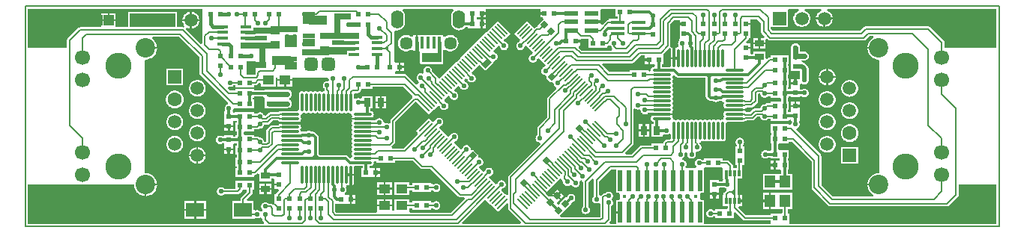
<source format=gbr>
G04 Layer_Physical_Order=1*
G04 Layer_Color=255*
%FSLAX44Y44*%
%MOMM*%
G71*
G01*
G75*
%ADD10R,0.4000X1.3500*%
%ADD11R,0.6000X0.6000*%
%ADD12R,0.6000X0.6000*%
%ADD13R,1.3000X1.0000*%
%ADD14P,0.8485X4X270.0*%
%ADD15R,1.5500X0.4000*%
%ADD16R,2.0000X1.6000*%
%ADD17R,0.5000X2.4000*%
%ADD18P,0.8485X4X360.0*%
%ADD19R,0.3000X0.8000*%
%ADD20R,1.2000X1.4000*%
%ADD21R,1.4500X0.6000*%
%ADD22R,1.2000X1.2000*%
%ADD23R,1.0000X0.8000*%
%ADD24R,0.8000X1.0000*%
%ADD25R,1.2000X0.4000*%
%ADD26R,1.6500X0.5500*%
G04:AMPARAMS|DCode=27|XSize=1.65mm|YSize=0.2mm|CornerRadius=0mm|HoleSize=0mm|Usage=FLASHONLY|Rotation=225.000|XOffset=0mm|YOffset=0mm|HoleType=Round|Shape=Rectangle|*
%AMROTATEDRECTD27*
4,1,4,0.5127,0.6541,0.6541,0.5127,-0.5127,-0.6541,-0.6541,-0.5127,0.5127,0.6541,0.0*
%
%ADD27ROTATEDRECTD27*%

G04:AMPARAMS|DCode=28|XSize=0.2mm|YSize=1.65mm|CornerRadius=0mm|HoleSize=0mm|Usage=FLASHONLY|Rotation=225.000|XOffset=0mm|YOffset=0mm|HoleType=Round|Shape=Rectangle|*
%AMROTATEDRECTD28*
4,1,4,-0.5127,0.6541,0.6541,-0.5127,0.5127,-0.6541,-0.6541,0.5127,-0.5127,0.6541,0.0*
%
%ADD28ROTATEDRECTD28*%

%ADD29O,0.3000X2.1000*%
%ADD30O,2.1000X0.3000*%
%ADD31C,0.3000*%
%ADD32C,1.0000*%
%ADD33C,0.6000*%
%ADD34C,0.1500*%
%ADD35C,0.2000*%
%ADD36C,0.5500*%
%ADD37C,0.4000*%
%ADD38C,0.3500*%
%ADD39R,2.8250X1.2000*%
%ADD40R,3.7000X1.5000*%
%ADD41R,2.2500X1.1000*%
%ADD42R,2.5000X1.1000*%
%ADD43R,1.9750X0.6500*%
%ADD44R,0.8000X1.0500*%
%ADD45R,4.4000X0.7500*%
%ADD46R,2.0250X0.9250*%
%ADD47R,3.0250X0.7000*%
%ADD48R,1.4500X0.8750*%
%ADD49R,1.4500X0.9000*%
%ADD50R,1.3500X0.5500*%
%ADD51R,0.8000X0.9250*%
%ADD52R,1.6750X0.7500*%
%ADD53R,1.1500X0.7000*%
%ADD54R,1.0000X1.5000*%
%ADD55R,1.4500X0.9000*%
%ADD56R,2.1000X0.7750*%
%ADD57R,2.7250X0.7500*%
%ADD58R,1.3500X0.5500*%
G04:AMPARAMS|DCode=59|XSize=0.6mm|YSize=0.6mm|CornerRadius=0mm|HoleSize=0mm|Usage=FLASHONLY|Rotation=45.000|XOffset=0mm|YOffset=0mm|HoleType=Round|Shape=Rectangle|*
%AMROTATEDRECTD59*
4,1,4,0.0000,-0.4243,-0.4243,0.0000,0.0000,0.4243,0.4243,0.0000,0.0000,-0.4243,0.0*
%
%ADD59ROTATEDRECTD59*%

G04:AMPARAMS|DCode=60|XSize=1mm|YSize=0.6mm|CornerRadius=0mm|HoleSize=0mm|Usage=FLASHONLY|Rotation=45.000|XOffset=0mm|YOffset=0mm|HoleType=Round|Shape=Rectangle|*
%AMROTATEDRECTD60*
4,1,4,-0.1414,-0.5657,-0.5657,-0.1414,0.1414,0.5657,0.5657,0.1414,-0.1414,-0.5657,0.0*
%
%ADD60ROTATEDRECTD60*%

%ADD61C,1.4500*%
%ADD62O,1.4000X2.1000*%
%ADD63R,1.5000X1.5000*%
%ADD64C,1.6000*%
%ADD65C,1.7000*%
%ADD66C,2.2000*%
%ADD67C,2.9500*%
%ADD68C,1.5000*%
%ADD69C,2.9500*%
%ADD70C,1.5000*%
%ADD71C,0.4000*%
%ADD72R,1.5000X1.5000*%
G04:AMPARAMS|DCode=73|XSize=1.5mm|YSize=1.5mm|CornerRadius=0.375mm|HoleSize=0mm|Usage=FLASHONLY|Rotation=0.000|XOffset=0mm|YOffset=0mm|HoleType=Round|Shape=RoundedRectangle|*
%AMROUNDEDRECTD73*
21,1,1.5000,0.7500,0,0,0.0*
21,1,0.7500,1.5000,0,0,0.0*
1,1,0.7500,0.3750,-0.3750*
1,1,0.7500,-0.3750,-0.3750*
1,1,0.7500,-0.3750,0.3750*
1,1,0.7500,0.3750,0.3750*
%
%ADD73ROUNDEDRECTD73*%
%ADD74P,7.0711X4X270.0*%
%ADD75C,0.5500*%
G36*
X699500Y194000D02*
X699500Y192226D01*
Y190000D01*
X704500D01*
Y189000D01*
X705500D01*
Y184000D01*
X708500D01*
X709500Y184000D01*
X710569D01*
X711552Y183017D01*
X710942Y181017D01*
X710000D01*
X709314Y180949D01*
X708654Y180749D01*
X708046Y180424D01*
X707513Y179987D01*
X707076Y179454D01*
X706751Y178846D01*
X706551Y178186D01*
X706483Y177500D01*
X706505Y177274D01*
X705632Y175850D01*
X705500Y175711D01*
X704090Y176029D01*
X703500Y176387D01*
Y177500D01*
X693500D01*
Y177500D01*
X692500D01*
Y177500D01*
X682500D01*
Y175274D01*
X659649D01*
X651612Y183311D01*
X652377Y185159D01*
X684932D01*
X685650Y185253D01*
X686319Y185530D01*
X686894Y185971D01*
X695149Y194226D01*
X697594D01*
X699500Y194000D01*
D02*
G37*
G36*
X342307Y168220D02*
X342814Y166161D01*
X341570Y164717D01*
X341000Y164773D01*
X340069Y164681D01*
X339174Y164410D01*
X338348Y163969D01*
X337625Y163375D01*
X337031Y162652D01*
X336590Y161826D01*
X336319Y160931D01*
X336227Y160000D01*
X336319Y159069D01*
X336590Y158174D01*
X337031Y157348D01*
X337625Y156625D01*
X337662Y156595D01*
X337656Y154374D01*
X336914Y153559D01*
X336536Y153365D01*
X336154Y153249D01*
X335546Y152924D01*
X335013Y152487D01*
X334987D01*
X334454Y152924D01*
X333846Y153249D01*
X333186Y153449D01*
X332500Y153517D01*
X331814Y153449D01*
X331154Y153249D01*
X330546Y152924D01*
X330013Y152487D01*
X329987D01*
X329454Y152924D01*
X328846Y153249D01*
X328186Y153449D01*
X327500Y153517D01*
X326814Y153449D01*
X326154Y153249D01*
X325546Y152924D01*
X325000Y152497D01*
X324454Y152924D01*
X323846Y153249D01*
X323186Y153449D01*
X322500Y153517D01*
X321814Y153449D01*
X321154Y153249D01*
X320546Y152924D01*
X320013Y152487D01*
X319987D01*
X319454Y152924D01*
X318846Y153249D01*
X318186Y153449D01*
X317500Y153517D01*
X316814Y153449D01*
X316154Y153249D01*
X315546Y152924D01*
X315013Y152487D01*
X314987D01*
X314454Y152924D01*
X313846Y153249D01*
X313186Y153449D01*
X312500Y153517D01*
X311814Y153449D01*
X311154Y153249D01*
X310546Y152924D01*
X310013Y152487D01*
X309576Y151954D01*
X309251Y151346D01*
X309051Y150686D01*
X308983Y150000D01*
Y132886D01*
X308339Y131661D01*
X307114Y131017D01*
X290000D01*
X289314Y130949D01*
X288654Y130749D01*
X288236Y130526D01*
X287500D01*
X286717Y130423D01*
X285987Y130120D01*
X285538Y129776D01*
X276800D01*
X276017Y129673D01*
X275287Y129370D01*
X274661Y128890D01*
X271692Y125921D01*
X271012Y125924D01*
X269528Y126437D01*
X269410Y126826D01*
X268969Y127652D01*
X268375Y128375D01*
X267652Y128969D01*
X266826Y129410D01*
X265931Y129681D01*
X265000Y129773D01*
X264069Y129681D01*
X263174Y129410D01*
X262348Y128969D01*
X261625Y128375D01*
X261339Y128026D01*
X258500D01*
Y130000D01*
X248500D01*
Y130000D01*
X247500D01*
Y130000D01*
X237500D01*
Y129635D01*
X235500Y128906D01*
X235000Y129500D01*
D01*
X234151Y131149D01*
X234050Y131500D01*
X234410Y132174D01*
X234681Y133069D01*
X234702Y133276D01*
X236412Y134633D01*
X236538Y134682D01*
X237398Y134391D01*
X237500Y134292D01*
Y134000D01*
X248000Y134000D01*
X249500Y134000D01*
X258500D01*
Y144000D01*
X257017D01*
Y146000D01*
X258500D01*
Y147483D01*
X268586D01*
X270000Y146069D01*
X270000Y145000D01*
X270000Y143500D01*
Y139746D01*
X269976Y139500D01*
X270000Y139255D01*
Y134500D01*
X274755D01*
X275000Y134476D01*
X296000D01*
X296000Y134476D01*
X296980Y134572D01*
X297923Y134858D01*
X298791Y135323D01*
X299553Y135947D01*
X300177Y136709D01*
X300642Y137577D01*
X300928Y138520D01*
X301024Y139500D01*
X300928Y140480D01*
X300642Y141423D01*
X300177Y142291D01*
X299553Y143053D01*
X298791Y143678D01*
X298368Y143904D01*
X298144Y144887D01*
Y145113D01*
X298368Y146096D01*
X298791Y146322D01*
X299553Y146947D01*
X300177Y147709D01*
X300642Y148577D01*
X300928Y149520D01*
X301024Y150500D01*
X300928Y151480D01*
X300642Y152423D01*
X300177Y153291D01*
X299553Y154053D01*
X298791Y154677D01*
X297923Y155142D01*
X296980Y155428D01*
X296000Y155524D01*
X296000Y155524D01*
X275000D01*
X274755Y155500D01*
X270000D01*
Y154517D01*
X258500D01*
Y156000D01*
X248000Y156000D01*
X246500Y156000D01*
X237500D01*
Y154026D01*
X231253D01*
X228607Y156672D01*
X229667Y158441D01*
X230069Y158319D01*
X231000Y158227D01*
X231931Y158319D01*
X232826Y158590D01*
X233652Y159031D01*
X234375Y159625D01*
X234662Y159974D01*
X237500D01*
Y158000D01*
X247500D01*
Y158000D01*
X248500D01*
Y158000D01*
X258500D01*
Y159974D01*
X260000D01*
X260783Y160077D01*
X261513Y160380D01*
X262140Y160860D01*
X264000Y162721D01*
X266000Y162362D01*
Y159000D01*
X283000D01*
Y169000D01*
X285000D01*
Y167000D01*
X293500D01*
X302000D01*
Y169000D01*
X340816D01*
X342307Y168220D01*
D02*
G37*
G36*
X830974Y230747D02*
Y221000D01*
X831077Y220217D01*
X831379Y219487D01*
X831860Y218860D01*
X835221Y215500D01*
X834392Y213500D01*
X830000D01*
Y208500D01*
X836000D01*
Y211892D01*
X838000Y212721D01*
X838860Y211860D01*
X839487Y211380D01*
X840217Y211077D01*
X841000Y210974D01*
X947000D01*
X947783Y211077D01*
X948513Y211380D01*
X949140Y211860D01*
X953253Y215974D01*
X957610D01*
X958076Y213974D01*
X957586Y213732D01*
X956169Y212786D01*
X954888Y211662D01*
X953764Y210381D01*
X952818Y208964D01*
X952064Y207436D01*
X951516Y205822D01*
X951184Y204151D01*
X951138Y203450D01*
X964100D01*
Y201450D01*
X951138D01*
X951184Y200749D01*
X951516Y199078D01*
X952064Y197465D01*
X952818Y195936D01*
X953764Y194519D01*
X954888Y193238D01*
X956169Y192114D01*
X957586Y191168D01*
X959114Y190414D01*
X960728Y189866D01*
X962400Y189534D01*
X964100Y189422D01*
X965000Y188579D01*
Y61421D01*
X964100Y60578D01*
X962400Y60466D01*
X960728Y60134D01*
X959114Y59586D01*
X957586Y58833D01*
X956169Y57886D01*
X954888Y56762D01*
X953764Y55481D01*
X952818Y54064D01*
X952064Y52536D01*
X951516Y50922D01*
X951184Y49250D01*
X951138Y48550D01*
X964100D01*
Y46550D01*
X951138D01*
X951184Y45849D01*
X951516Y44178D01*
X952064Y42564D01*
X952818Y41036D01*
X953764Y39619D01*
X954888Y38338D01*
X956169Y37214D01*
X957586Y36267D01*
X958076Y36026D01*
X957610Y34026D01*
X912253Y34026D01*
X899026Y47253D01*
Y80000D01*
X898923Y80783D01*
X898621Y81513D01*
X898140Y82140D01*
X870967Y109313D01*
X870957Y109871D01*
X871589Y111518D01*
X871827Y111590D01*
X872652Y112031D01*
X873375Y112625D01*
X873969Y113348D01*
X874410Y114173D01*
X874681Y115069D01*
X874773Y116000D01*
X874681Y116931D01*
X874410Y117826D01*
X874050Y118500D01*
X874151Y118850D01*
X875000Y120500D01*
X875000Y120500D01*
X875000Y120500D01*
X875000Y131000D01*
X875000Y132500D01*
Y135500D01*
X865000D01*
Y132500D01*
X865000Y131500D01*
Y130431D01*
X864500Y129931D01*
X862500Y130000D01*
Y130000D01*
X861017D01*
Y132000D01*
X862500D01*
Y142000D01*
X861017D01*
Y146000D01*
X862500D01*
Y147983D01*
X865000D01*
Y146500D01*
X875000D01*
Y147427D01*
X877000Y147817D01*
X877348Y147531D01*
X878174Y147090D01*
X879069Y146819D01*
X880000Y146727D01*
X880931Y146819D01*
X881826Y147090D01*
X882652Y147531D01*
X883375Y148125D01*
X883969Y148848D01*
X884410Y149674D01*
X884681Y150569D01*
X884773Y151500D01*
X884681Y152431D01*
X884410Y153327D01*
X883969Y154152D01*
X883375Y154875D01*
X882652Y155469D01*
X881826Y155910D01*
X880931Y156181D01*
X880000Y156273D01*
X879069Y156181D01*
X878174Y155910D01*
X877348Y155469D01*
X877000Y155183D01*
X875000Y155573D01*
X875000Y157000D01*
X875000Y158500D01*
Y161452D01*
X875673Y161938D01*
X877000Y162317D01*
X877348Y162031D01*
X878174Y161590D01*
X879069Y161319D01*
X880000Y161227D01*
X880931Y161319D01*
X881826Y161590D01*
X882652Y162031D01*
X883375Y162625D01*
X883969Y163348D01*
X884410Y164174D01*
X884681Y165069D01*
X884773Y166000D01*
Y179000D01*
X884681Y179931D01*
X884410Y180826D01*
X883969Y181652D01*
X883375Y182375D01*
X880875Y184875D01*
X880152Y185469D01*
X879326Y185910D01*
X878431Y186181D01*
X878270Y186197D01*
X877087Y187626D01*
X876889Y188273D01*
X876962Y188476D01*
X880000D01*
X880980Y188572D01*
X881923Y188858D01*
X882791Y189323D01*
X883553Y189947D01*
X884177Y190709D01*
X884642Y191577D01*
X884928Y192520D01*
X885024Y193500D01*
X884928Y194480D01*
X884642Y195423D01*
X884177Y196291D01*
X883553Y197053D01*
X882791Y197677D01*
X881923Y198142D01*
X880980Y198428D01*
X880000Y198524D01*
X875024D01*
Y203000D01*
X874928Y203980D01*
X874642Y204923D01*
X874177Y205791D01*
X873553Y206553D01*
X872791Y207177D01*
X871923Y207642D01*
X870980Y207928D01*
X870000Y208024D01*
X869020Y207928D01*
X868077Y207642D01*
X867209Y207177D01*
X866447Y206553D01*
X865823Y205791D01*
X865358Y204923D01*
X865072Y203980D01*
X864976Y203000D01*
Y192500D01*
X865000Y192255D01*
X865000Y187000D01*
X865000Y185500D01*
Y176500D01*
X875000D01*
X875227Y174594D01*
Y169406D01*
X875000Y167500D01*
X873227Y167500D01*
X871000D01*
Y162500D01*
X870000D01*
Y161500D01*
X865000D01*
Y158500D01*
X865000Y157500D01*
Y156431D01*
X864500Y155931D01*
X862500Y156000D01*
Y156000D01*
X861017D01*
Y158000D01*
X862500D01*
Y168000D01*
X861017D01*
Y172000D01*
X862500D01*
Y182000D01*
X861017D01*
Y184000D01*
X862500D01*
Y194000D01*
X852500D01*
Y194000D01*
X851500D01*
Y194000D01*
X841500D01*
Y191774D01*
X841000D01*
X840282Y191679D01*
X839613Y191402D01*
X839039Y190961D01*
X837848Y189770D01*
X836000Y190536D01*
Y198500D01*
X822000D01*
Y195605D01*
X820000Y195312D01*
X819000Y196500D01*
Y197500D01*
X819000D01*
Y201500D01*
X814000D01*
Y203500D01*
X819000D01*
Y207500D01*
X814642D01*
X813877Y209348D01*
X816140Y211610D01*
X816620Y212237D01*
X816923Y212967D01*
X816993Y213500D01*
X819000D01*
Y223500D01*
X819000D01*
Y224500D01*
X819000D01*
Y228500D01*
X814000D01*
Y230500D01*
X819000D01*
Y234500D01*
X820804Y234974D01*
X826747D01*
X830974Y230747D01*
D02*
G37*
G36*
X200000Y216197D02*
X199974Y216000D01*
Y208134D01*
X197974Y207305D01*
X181232Y224047D01*
X182479Y225629D01*
X182674Y225509D01*
X184055Y224937D01*
X185509Y224588D01*
X186000Y224549D01*
Y233000D01*
X177549D01*
X177588Y232509D01*
X177937Y231055D01*
X178509Y229674D01*
X179291Y228399D01*
X179980Y227592D01*
X179140Y226127D01*
X178893Y225877D01*
X178783Y225923D01*
X178000Y226026D01*
X171100D01*
Y243500D01*
X155131D01*
X155000Y243517D01*
X118000D01*
X117478Y243449D01*
X116991Y243247D01*
X116574Y242926D01*
X116253Y242509D01*
X116052Y242022D01*
X116049Y242000D01*
X116000D01*
Y241631D01*
X115983Y241500D01*
Y226500D01*
X114064Y226026D01*
X102000D01*
Y233000D01*
X94000D01*
X86000D01*
Y226026D01*
X62000D01*
X61217Y225923D01*
X60487Y225620D01*
X59860Y225140D01*
X47860Y213140D01*
X47379Y212513D01*
X47077Y211783D01*
X46974Y211000D01*
Y202500D01*
X3059D01*
Y246941D01*
X200000D01*
Y216197D01*
D02*
G37*
G36*
X739000Y230500D02*
X744000D01*
Y228500D01*
X739000D01*
Y224500D01*
X739000D01*
Y223500D01*
X739000D01*
Y213500D01*
X739000Y213500D01*
X739000D01*
X738852Y211561D01*
X738625Y211375D01*
X738031Y210652D01*
X737590Y209827D01*
X737319Y208931D01*
X737227Y208000D01*
X737319Y207069D01*
X737590Y206173D01*
X737960Y205481D01*
X737794Y204773D01*
X736988Y203466D01*
X736814Y203449D01*
X736154Y203249D01*
X735546Y202924D01*
X735013Y202487D01*
X734987D01*
X734454Y202924D01*
X733846Y203249D01*
X733500Y203354D01*
Y191000D01*
X732500D01*
Y190000D01*
X728983D01*
Y182000D01*
X727114Y181017D01*
X719017D01*
Y184000D01*
X720500D01*
Y194000D01*
X720500Y194000D01*
X720500D01*
X720799Y195876D01*
X727961Y203039D01*
X727982Y203066D01*
X729576Y201954D01*
X729251Y201346D01*
X729051Y200686D01*
X728983Y200000D01*
Y192000D01*
X731500D01*
Y203354D01*
X731154Y203249D01*
X730546Y202924D01*
X730013Y202487D01*
X728402Y203613D01*
X728679Y204282D01*
X728774Y205000D01*
X728774Y205000D01*
Y229851D01*
X733149Y234226D01*
X739000D01*
Y230500D01*
D02*
G37*
G36*
X636500Y203000D02*
X646500D01*
Y203000D01*
X647500D01*
Y203000D01*
X657500D01*
Y204212D01*
X659289Y205549D01*
X660524Y205439D01*
X661223Y205115D01*
X661625Y204625D01*
X661974Y204338D01*
Y204000D01*
X662077Y203217D01*
X662380Y202487D01*
X662860Y201860D01*
X663176Y201545D01*
X662347Y199545D01*
X628577D01*
X625122Y203000D01*
X625951Y205000D01*
X627000D01*
Y209000D01*
X622000D01*
Y211000D01*
X627000D01*
Y211088D01*
X627999Y212974D01*
X636500D01*
Y203000D01*
D02*
G37*
G36*
X446215Y66470D02*
X446790Y66029D01*
X447459Y65752D01*
X448177Y65658D01*
X457634D01*
X488995Y34297D01*
X489570Y33856D01*
X490239Y33579D01*
X490957Y33484D01*
X495733D01*
X496562Y31484D01*
X480851Y15774D01*
X434992D01*
X433500Y17000D01*
X433500Y17774D01*
Y20974D01*
X437500D01*
Y19000D01*
X448000Y19000D01*
X449500Y19000D01*
X458500D01*
Y20670D01*
X460500Y20777D01*
X460625Y20625D01*
X461348Y20031D01*
X462174Y19590D01*
X463069Y19319D01*
X464000Y19227D01*
X464931Y19319D01*
X465827Y19590D01*
X466652Y20031D01*
X467375Y20625D01*
X467969Y21348D01*
X468410Y22174D01*
X468681Y23069D01*
X468773Y24000D01*
X468681Y24931D01*
X468410Y25826D01*
X467969Y26652D01*
X467375Y27375D01*
X466652Y27969D01*
X465827Y28410D01*
X464931Y28681D01*
X464000Y28773D01*
X463069Y28681D01*
X462174Y28410D01*
X461348Y27969D01*
X460625Y27375D01*
X460500Y27223D01*
X458500Y27330D01*
Y29000D01*
X448000Y29000D01*
X446500Y29000D01*
X437500D01*
Y27026D01*
X433500D01*
Y31000D01*
X416500D01*
Y18987D01*
X415546Y18213D01*
X415500Y18201D01*
X415454Y18213D01*
X414500Y18987D01*
Y23000D01*
X406000D01*
X397500D01*
Y17774D01*
X397500Y17000D01*
X396008Y15774D01*
X351149D01*
X349774Y17149D01*
Y25339D01*
X351500Y26000D01*
Y26000D01*
X362000Y26000D01*
X363500Y26000D01*
X366500D01*
Y31000D01*
Y36000D01*
X363500D01*
X362500Y36000D01*
X361094D01*
X360593Y38000D01*
X360652Y38031D01*
X361375Y38625D01*
X361969Y39348D01*
X362410Y40174D01*
X362681Y41069D01*
X362773Y42000D01*
X362681Y42931D01*
X362410Y43826D01*
X362040Y44519D01*
X362206Y45227D01*
X363012Y46533D01*
X363186Y46551D01*
X363846Y46751D01*
X364454Y47076D01*
X364987Y47513D01*
X365013D01*
X365546Y47076D01*
X366154Y46751D01*
X366500Y46646D01*
Y59000D01*
X367500D01*
Y60000D01*
X371017D01*
Y68000D01*
X372886Y68983D01*
X380983D01*
Y66000D01*
X379500D01*
Y56000D01*
X390000Y56000D01*
X391500Y56000D01*
X394500D01*
Y61000D01*
Y66000D01*
X391500D01*
X390500Y66000D01*
X389431D01*
X388448Y66983D01*
X389058Y68983D01*
X390000D01*
X390686Y69051D01*
X391346Y69251D01*
X391954Y69576D01*
X392487Y70013D01*
X392924Y70546D01*
X393249Y71154D01*
X393449Y71814D01*
X393517Y72500D01*
X393495Y72726D01*
X394368Y74150D01*
X394500Y74289D01*
X395910Y73971D01*
X396500Y73613D01*
Y72500D01*
X406500D01*
Y72500D01*
X407500D01*
Y72500D01*
X417500D01*
Y74726D01*
X437959D01*
X446215Y66470D01*
D02*
G37*
G36*
X830319Y124069D02*
X830590Y123174D01*
X831031Y122348D01*
X831625Y121625D01*
X832348Y121031D01*
X833174Y120590D01*
X834069Y120319D01*
X835000Y120227D01*
X835931Y120319D01*
X836826Y120590D01*
X837652Y121031D01*
X838375Y121625D01*
X838661Y121974D01*
X841500D01*
Y120000D01*
X851500D01*
Y120000D01*
X852500D01*
Y120000D01*
X862500D01*
Y120365D01*
X864500Y121094D01*
X865000Y120500D01*
D01*
X865848Y118851D01*
X865950Y118500D01*
X865590Y117826D01*
X865319Y116931D01*
X865298Y116724D01*
X863588Y115367D01*
X863462Y115318D01*
X862602Y115609D01*
X862500Y115708D01*
Y116000D01*
X852000Y116000D01*
X850500Y116000D01*
X841500D01*
Y106000D01*
X842983D01*
Y104000D01*
X841500D01*
Y94000D01*
X842983D01*
Y87000D01*
X841500D01*
Y85517D01*
X839202D01*
X838652Y85969D01*
X837827Y86410D01*
X836931Y86681D01*
X836000Y86773D01*
X835069Y86681D01*
X834174Y86410D01*
X833348Y85969D01*
X832625Y85375D01*
X832031Y84652D01*
X831590Y83827D01*
X831319Y82931D01*
X831227Y82000D01*
X831319Y81069D01*
X831590Y80173D01*
X832031Y79348D01*
X832625Y78625D01*
X833348Y78031D01*
X834174Y77590D01*
X835069Y77319D01*
X836000Y77227D01*
X836931Y77319D01*
X837827Y77590D01*
X838652Y78031D01*
X839202Y78483D01*
X841500D01*
Y77000D01*
X850500D01*
X851740Y77000D01*
X852155Y76000D01*
X851740Y75000D01*
X847500D01*
Y70000D01*
Y65000D01*
X850500D01*
X851500Y65000D01*
X852569D01*
X853983Y63586D01*
Y60000D01*
X850000D01*
Y60000D01*
X849000D01*
Y60000D01*
X833000D01*
Y42000D01*
X849000D01*
Y42000D01*
X850000D01*
Y42000D01*
X866000D01*
Y60000D01*
X861017D01*
Y65000D01*
X862500D01*
Y75000D01*
X861017D01*
Y77000D01*
X862500D01*
Y87000D01*
X853500D01*
X852500Y87000D01*
X851431D01*
X850017Y88414D01*
Y92586D01*
X851431Y94000D01*
X853500Y94000D01*
X862500D01*
Y95974D01*
X865747D01*
X887974Y73747D01*
Y44000D01*
X888077Y43217D01*
X888380Y42487D01*
X888860Y41860D01*
X906860Y23860D01*
X907487Y23379D01*
X908217Y23077D01*
X909000Y22974D01*
X1041000D01*
X1041783Y23077D01*
X1042513Y23379D01*
X1043140Y23860D01*
X1053140Y33860D01*
X1053621Y34487D01*
X1053923Y35217D01*
X1054026Y36000D01*
Y47500D01*
X1096941D01*
Y3059D01*
X863142D01*
X863000Y5000D01*
X863000Y5059D01*
Y15000D01*
X861026D01*
Y20000D01*
X866000D01*
Y38000D01*
X851000D01*
X849500Y38000D01*
X848000Y38000D01*
X842000D01*
Y29000D01*
Y20000D01*
X848000D01*
X849500Y20000D01*
X851000Y20000D01*
X854974D01*
Y16414D01*
X853560Y15000D01*
X852500Y15000D01*
X851000Y15000D01*
X842000D01*
Y13026D01*
X814253D01*
X805779Y21500D01*
X806608Y23500D01*
X810000D01*
Y28500D01*
X806500D01*
Y29500D01*
X805500D01*
Y35500D01*
X804526D01*
Y39000D01*
Y54500D01*
X810000D01*
Y66500D01*
X809526D01*
Y69500D01*
X812000D01*
X812000Y80000D01*
X812000Y81500D01*
Y90500D01*
X810330D01*
X810223Y92500D01*
X810375Y92625D01*
X810969Y93348D01*
X811410Y94173D01*
X811681Y95069D01*
X811773Y96000D01*
X811681Y96931D01*
X811410Y97827D01*
X810969Y98652D01*
X810375Y99375D01*
X809652Y99969D01*
X808827Y100410D01*
X807931Y100681D01*
X807000Y100773D01*
X806069Y100681D01*
X805173Y100410D01*
X804348Y99969D01*
X803625Y99375D01*
X803031Y98652D01*
X802590Y97827D01*
X802319Y96931D01*
X802227Y96000D01*
X802319Y95069D01*
X802590Y94173D01*
X803031Y93348D01*
X803625Y92625D01*
X803777Y92500D01*
X803670Y90500D01*
X802000D01*
X802000Y80000D01*
X802000Y78500D01*
Y69500D01*
X803474D01*
Y66500D01*
X799526D01*
Y68500D01*
X799423Y69283D01*
X799120Y70013D01*
X798640Y70640D01*
X795140Y74140D01*
X794513Y74620D01*
X793783Y74923D01*
X793000Y75026D01*
X787500D01*
Y77000D01*
X777000Y77000D01*
X775500Y77000D01*
X766500D01*
Y75331D01*
X764500Y75223D01*
X764375Y75375D01*
X763652Y75969D01*
X762827Y76410D01*
X761931Y76681D01*
X761000Y76773D01*
X760069Y76681D01*
X759174Y76410D01*
X758348Y75969D01*
X757625Y75375D01*
X757031Y74652D01*
X756590Y73826D01*
X756319Y72931D01*
X756227Y72000D01*
X756319Y71069D01*
X756590Y70174D01*
X757031Y69348D01*
X757625Y68625D01*
X758348Y68031D01*
X758407Y68000D01*
X758322Y67660D01*
X757500Y66000D01*
X756500D01*
Y66000D01*
X747500D01*
Y66000D01*
X746500D01*
X746082Y66604D01*
X745683Y68000D01*
X745969Y68348D01*
X746410Y69173D01*
X746681Y70069D01*
X746773Y71000D01*
X746681Y71931D01*
X746410Y72826D01*
X745969Y73652D01*
X745375Y74375D01*
X744652Y74969D01*
X743827Y75410D01*
X742931Y75681D01*
X742468Y75727D01*
X742101Y76794D01*
X742090Y77731D01*
X742652Y78031D01*
X743375Y78625D01*
X743969Y79348D01*
X744410Y80173D01*
X744681Y81069D01*
X744773Y82000D01*
X744681Y82931D01*
X745976Y84568D01*
X746290Y84649D01*
X746476Y84600D01*
X747819Y82931D01*
X747727Y82000D01*
X747819Y81069D01*
X748090Y80173D01*
X748531Y79348D01*
X749125Y78625D01*
X749848Y78031D01*
X750674Y77590D01*
X751569Y77319D01*
X752500Y77227D01*
X753431Y77319D01*
X754327Y77590D01*
X755152Y78031D01*
X755875Y78625D01*
X756469Y79348D01*
X756910Y80173D01*
X757181Y81069D01*
X757273Y82000D01*
X757181Y82931D01*
X756992Y83555D01*
X757559Y84483D01*
X758397Y85286D01*
X759000Y85227D01*
X759931Y85319D01*
X760826Y85590D01*
X761652Y86031D01*
X762375Y86625D01*
X762969Y87348D01*
X763410Y88174D01*
X763681Y89069D01*
X763773Y90000D01*
X763681Y90931D01*
X763410Y91826D01*
X762969Y92652D01*
X762375Y93375D01*
X761774Y93868D01*
Y94000D01*
X761701Y94552D01*
X761769Y94910D01*
X761872Y95133D01*
X762764Y96359D01*
X763008Y96533D01*
X763186Y96551D01*
X763846Y96751D01*
X764454Y97076D01*
X765000Y97503D01*
X765546Y97076D01*
X766154Y96751D01*
X766814Y96551D01*
X767500Y96483D01*
X768186Y96551D01*
X768846Y96751D01*
X769454Y97076D01*
X769987Y97513D01*
X770013D01*
X770546Y97076D01*
X771154Y96751D01*
X771814Y96551D01*
X772500Y96483D01*
X773186Y96551D01*
X773846Y96751D01*
X774454Y97076D01*
X774987Y97513D01*
X775013D01*
X775546Y97076D01*
X776154Y96751D01*
X776814Y96551D01*
X777500Y96483D01*
X778186Y96551D01*
X778846Y96751D01*
X779454Y97076D01*
X779987Y97513D01*
X780013D01*
X780546Y97076D01*
X781154Y96751D01*
X781814Y96551D01*
X782500Y96483D01*
X783186Y96551D01*
X783846Y96751D01*
X784454Y97076D01*
X784987Y97513D01*
X785013D01*
X785546Y97076D01*
X786154Y96751D01*
X786814Y96551D01*
X787500Y96483D01*
X788186Y96551D01*
X788846Y96751D01*
X789454Y97076D01*
X789987Y97513D01*
X790424Y98046D01*
X790749Y98654D01*
X790949Y99314D01*
X791017Y100000D01*
Y117114D01*
X791661Y118339D01*
X792886Y118983D01*
X810000D01*
X810686Y119051D01*
X811346Y119251D01*
X811764Y119474D01*
X812500D01*
X813283Y119577D01*
X814013Y119880D01*
X814462Y120224D01*
X821250D01*
X822033Y120327D01*
X822763Y120630D01*
X823390Y121110D01*
X826753Y124474D01*
X830279D01*
X830319Y124069D01*
D02*
G37*
G36*
X196974Y191747D02*
Y174000D01*
X197077Y173217D01*
X197379Y172487D01*
X197860Y171860D01*
X200000Y169721D01*
Y169000D01*
X200721D01*
X229033Y140688D01*
X229043Y140129D01*
X228411Y138482D01*
X228174Y138410D01*
X227348Y137969D01*
X226625Y137375D01*
X226031Y136652D01*
X225590Y135827D01*
X225319Y134931D01*
X225227Y134000D01*
X225319Y133069D01*
X225590Y132174D01*
X225950Y131500D01*
X225849Y131150D01*
X225000Y129500D01*
X225000Y129500D01*
X225000Y129500D01*
X225000Y119000D01*
X225000Y117500D01*
Y114500D01*
X230000D01*
X235000D01*
Y117500D01*
X235000Y118500D01*
Y119569D01*
X235500Y120069D01*
X237500Y120000D01*
Y120000D01*
X238983D01*
Y118000D01*
X237500D01*
Y108000D01*
X238983D01*
Y104000D01*
X237500D01*
Y102017D01*
X235000D01*
Y103500D01*
X225000D01*
Y102573D01*
X223000Y102183D01*
X222652Y102469D01*
X221826Y102910D01*
X220931Y103181D01*
X220000Y103273D01*
X219069Y103181D01*
X218174Y102910D01*
X217348Y102469D01*
X216625Y101875D01*
X216031Y101152D01*
X215590Y100326D01*
X215319Y99431D01*
X215227Y98500D01*
X215319Y97569D01*
X215590Y96673D01*
X216031Y95848D01*
X216625Y95125D01*
X217348Y94531D01*
X218174Y94090D01*
X219069Y93819D01*
X220000Y93727D01*
X220931Y93819D01*
X221826Y94090D01*
X222652Y94531D01*
X223000Y94817D01*
X225000Y94427D01*
X225000Y93000D01*
X225000Y91500D01*
Y88500D01*
X230000D01*
X235000D01*
Y91500D01*
X235000Y92500D01*
Y93569D01*
X235500Y94069D01*
X237500Y94000D01*
Y94000D01*
X238983D01*
Y92000D01*
X237500D01*
Y82000D01*
X238983D01*
Y78000D01*
X237500D01*
Y68000D01*
X238983D01*
Y66000D01*
X237500D01*
Y56000D01*
X247500D01*
Y56000D01*
X248500D01*
Y56000D01*
X258500D01*
Y58226D01*
X259000D01*
X259718Y58321D01*
X260387Y58598D01*
X260961Y59039D01*
X262152Y60230D01*
X264000Y59464D01*
Y51500D01*
X278000D01*
Y54395D01*
X280000Y54688D01*
X281000Y53500D01*
Y52500D01*
X281000D01*
Y48500D01*
X286000D01*
Y46500D01*
X281000D01*
Y42500D01*
X285608D01*
X286373Y40652D01*
X283860Y38140D01*
X283379Y37513D01*
X283077Y36783D01*
X283040Y36500D01*
X281000D01*
Y26500D01*
X281000D01*
Y25500D01*
X279000Y25247D01*
X278513Y25621D01*
X277783Y25923D01*
X277000Y26026D01*
X274662D01*
X274375Y26375D01*
X273652Y26969D01*
X272826Y27410D01*
X271931Y27681D01*
X271000Y27773D01*
X270069Y27681D01*
X269174Y27410D01*
X268348Y26969D01*
X267625Y26375D01*
X267031Y25652D01*
X266590Y24827D01*
X266319Y23931D01*
X266227Y23000D01*
X266319Y22069D01*
X266590Y21174D01*
X267031Y20348D01*
X267497Y19781D01*
X267625Y19508D01*
Y17492D01*
X267588Y17412D01*
X267508Y17375D01*
X265492D01*
X265219Y17503D01*
X264652Y17969D01*
X263827Y18410D01*
X262931Y18681D01*
X262000Y18773D01*
X261069Y18681D01*
X260173Y18410D01*
X260000Y18317D01*
X258331Y19086D01*
X258000Y19449D01*
Y29000D01*
X251108D01*
X250279Y31000D01*
X255640Y36360D01*
X256120Y36987D01*
X256423Y37717D01*
X256526Y38500D01*
Y42000D01*
X258500D01*
Y52000D01*
X248000Y52000D01*
X246500Y52000D01*
X237500D01*
Y43026D01*
X224662D01*
X224375Y43375D01*
X223652Y43969D01*
X222826Y44410D01*
X221931Y44681D01*
X221000Y44773D01*
X220069Y44681D01*
X219174Y44410D01*
X218348Y43969D01*
X217625Y43375D01*
X217031Y42652D01*
X216590Y41827D01*
X216319Y40931D01*
X216227Y40000D01*
X216319Y39069D01*
X216590Y38173D01*
X217031Y37348D01*
X217625Y36625D01*
X218348Y36031D01*
X219174Y35590D01*
X220069Y35319D01*
X221000Y35227D01*
X221931Y35319D01*
X222826Y35590D01*
X223652Y36031D01*
X224375Y36625D01*
X224662Y36974D01*
X240000D01*
X240783Y37077D01*
X241513Y37380D01*
X242140Y37860D01*
X244640Y40360D01*
X245121Y40987D01*
X245423Y41717D01*
X245460Y42000D01*
X247500Y42000D01*
X249060Y42000D01*
X249648Y41411D01*
Y38928D01*
X243860Y33140D01*
X243379Y32513D01*
X243077Y31783D01*
X242974Y31000D01*
Y29000D01*
X234000D01*
Y9000D01*
X258000D01*
Y9000D01*
X260000Y9683D01*
X260173Y9590D01*
X261069Y9319D01*
X262000Y9227D01*
X262931Y9319D01*
X263827Y9590D01*
X264652Y10031D01*
X265219Y10497D01*
X265492Y10625D01*
X266093D01*
X267974Y8818D01*
Y8000D01*
X268077Y7217D01*
X268379Y6487D01*
X268860Y5860D01*
X269814Y4906D01*
X269049Y3059D01*
X3059D01*
Y47500D01*
X122875D01*
X122984Y45849D01*
X123316Y44178D01*
X123864Y42564D01*
X124618Y41036D01*
X125564Y39619D01*
X126688Y38338D01*
X127969Y37214D01*
X129386Y36267D01*
X130914Y35514D01*
X132528Y34966D01*
X134199Y34634D01*
X134900Y34588D01*
Y47550D01*
X135900D01*
Y48550D01*
X148862D01*
X148816Y49250D01*
X148484Y50922D01*
X147936Y52536D01*
X147183Y54064D01*
X146236Y55481D01*
X145112Y56762D01*
X143831Y57886D01*
X142414Y58833D01*
X140886Y59586D01*
X139272Y60134D01*
X137600Y60466D01*
X135900Y60578D01*
X135000Y61421D01*
Y188579D01*
X135900Y189422D01*
X137600Y189534D01*
X139272Y189866D01*
X140886Y190414D01*
X142414Y191168D01*
X143831Y192114D01*
X145112Y193238D01*
X146236Y194519D01*
X147183Y195936D01*
X147936Y197465D01*
X148484Y199078D01*
X148816Y200749D01*
X148862Y201450D01*
X135900D01*
Y203450D01*
X148862D01*
X148816Y204151D01*
X148484Y205822D01*
X147936Y207436D01*
X147183Y208964D01*
X146236Y210381D01*
X145112Y211662D01*
X143831Y212786D01*
X143549Y212974D01*
X144156Y214974D01*
X173747D01*
X196974Y191747D01*
D02*
G37*
G36*
X437004Y148514D02*
X437010Y148502D01*
X437121Y147867D01*
X436829Y145860D01*
X413039Y122069D01*
X412598Y121495D01*
X412321Y120826D01*
X412226Y120108D01*
Y117764D01*
X411541Y117200D01*
X410226Y116696D01*
X409827Y116910D01*
X408931Y117181D01*
X408000Y117273D01*
X407069Y117181D01*
X406691Y117066D01*
X405434Y117678D01*
X404733Y118407D01*
X404681Y118931D01*
X404410Y119826D01*
X403969Y120652D01*
X403375Y121375D01*
X402652Y121969D01*
X401827Y122410D01*
X400931Y122681D01*
X400000Y122773D01*
X399069Y122681D01*
X398173Y122410D01*
X397348Y121969D01*
X396625Y121375D01*
X396484Y121203D01*
X395198Y120989D01*
X394929Y121013D01*
X394102Y121284D01*
X393969Y121500D01*
X381000D01*
X368646D01*
X368751Y121154D01*
X369076Y120546D01*
X369513Y120013D01*
Y119987D01*
X369076Y119454D01*
X368751Y118846D01*
X368551Y118186D01*
X368483Y117500D01*
X368551Y116814D01*
X368751Y116154D01*
X369076Y115546D01*
X369513Y115013D01*
Y114987D01*
X369076Y114454D01*
X368751Y113846D01*
X368551Y113186D01*
X368483Y112500D01*
X368551Y111814D01*
X368751Y111154D01*
X369076Y110546D01*
X369513Y110013D01*
Y109987D01*
X369076Y109454D01*
X368751Y108846D01*
X368551Y108186D01*
X368483Y107500D01*
X368551Y106814D01*
X368751Y106154D01*
X369076Y105546D01*
X369513Y105013D01*
Y104987D01*
X369076Y104454D01*
X368751Y103846D01*
X368551Y103186D01*
X368483Y102500D01*
X368551Y101814D01*
X368751Y101154D01*
X369076Y100546D01*
X369513Y100013D01*
Y99987D01*
X369076Y99454D01*
X368751Y98846D01*
X368551Y98186D01*
X368483Y97500D01*
X368551Y96814D01*
X368751Y96154D01*
X369076Y95546D01*
X369513Y95013D01*
Y94987D01*
X369076Y94454D01*
X368751Y93846D01*
X368551Y93186D01*
X368483Y92500D01*
X368551Y91814D01*
X368751Y91154D01*
X369076Y90546D01*
X369513Y90013D01*
Y89987D01*
X369076Y89454D01*
X368751Y88846D01*
X368551Y88186D01*
X368483Y87500D01*
X368551Y86814D01*
X368751Y86154D01*
X369076Y85546D01*
X369513Y85013D01*
Y84987D01*
X369076Y84454D01*
X368751Y83846D01*
X368551Y83186D01*
X368483Y82500D01*
X368551Y81814D01*
X368751Y81154D01*
X369076Y80546D01*
X369513Y80013D01*
Y79987D01*
X369076Y79454D01*
X368751Y78846D01*
X368551Y78186D01*
X366730Y77446D01*
X366534Y77440D01*
X363987Y79987D01*
X363454Y80424D01*
X362846Y80749D01*
X362186Y80949D01*
X361500Y81017D01*
X332957D01*
X331517Y82457D01*
Y101000D01*
X331449Y101686D01*
X331249Y102346D01*
X330924Y102954D01*
X330487Y103487D01*
X327487Y106487D01*
X326954Y106924D01*
X326346Y107249D01*
X325686Y107449D01*
X325000Y107517D01*
X323202D01*
X322652Y107969D01*
X321827Y108410D01*
X320931Y108681D01*
X320000Y108773D01*
X319069Y108681D01*
X318174Y108410D01*
X317348Y107969D01*
X316798Y107517D01*
X313000D01*
X312245Y107508D01*
X311449Y108186D01*
X311249Y108846D01*
X310924Y109454D01*
X310497Y110000D01*
X310924Y110546D01*
X311249Y111154D01*
X311449Y111814D01*
X311517Y112500D01*
X311449Y113186D01*
X311249Y113846D01*
X310924Y114454D01*
X310487Y114987D01*
Y115013D01*
X310924Y115546D01*
X311249Y116154D01*
X311354Y116500D01*
X299000D01*
X286588D01*
X286626Y116187D01*
X286204Y115662D01*
X285220Y114776D01*
X278800D01*
X278017Y114673D01*
X277287Y114370D01*
X276661Y113890D01*
X274386Y111615D01*
X274385Y111614D01*
X272860Y110089D01*
X272379Y109463D01*
X272077Y108733D01*
X271974Y107950D01*
Y96276D01*
X269746D01*
X269681Y96931D01*
X269410Y97827D01*
X268969Y98652D01*
X268375Y99375D01*
X267652Y99969D01*
X266826Y100410D01*
X265931Y100681D01*
X265000Y100773D01*
X264551Y100729D01*
X264140Y101140D01*
X263513Y101621D01*
X262783Y101923D01*
X262000Y102026D01*
X258500D01*
Y104000D01*
X248500D01*
Y104000D01*
X248017D01*
X246479Y104960D01*
X246383Y107060D01*
X247500Y108000D01*
X248500D01*
Y108000D01*
X258500D01*
Y109974D01*
X262000D01*
X262783Y110077D01*
X263513Y110379D01*
X264140Y110860D01*
X264551Y111271D01*
X265000Y111227D01*
X265931Y111319D01*
X266826Y111590D01*
X267652Y112031D01*
X268375Y112625D01*
X268969Y113348D01*
X269410Y114173D01*
X269681Y115069D01*
X269746Y115724D01*
X273750D01*
X274533Y115827D01*
X275263Y116130D01*
X275890Y116610D01*
X278290Y119010D01*
X278290Y119011D01*
X279503Y120224D01*
X285220D01*
X286204Y119338D01*
X286626Y118813D01*
X286588Y118500D01*
X299000D01*
X311354D01*
X311249Y118846D01*
X310924Y119454D01*
X310487Y119987D01*
Y120013D01*
X310924Y120546D01*
X311249Y121154D01*
X311449Y121814D01*
X311517Y122500D01*
X311449Y123186D01*
X311249Y123846D01*
X310924Y124454D01*
X310487Y124987D01*
Y125013D01*
X310924Y125546D01*
X311249Y126154D01*
X311449Y126814D01*
X311614Y127597D01*
X312403Y128386D01*
X313186Y128551D01*
X313846Y128751D01*
X314454Y129076D01*
X314987Y129513D01*
X315013D01*
X315546Y129076D01*
X316154Y128751D01*
X316814Y128551D01*
X317500Y128483D01*
X318186Y128551D01*
X318846Y128751D01*
X319454Y129076D01*
X319987Y129513D01*
X320013D01*
X320546Y129076D01*
X321154Y128751D01*
X321814Y128551D01*
X322500Y128483D01*
X323186Y128551D01*
X323846Y128751D01*
X324454Y129076D01*
X325000Y129503D01*
X325546Y129076D01*
X326154Y128751D01*
X326814Y128551D01*
X327500Y128483D01*
X328186Y128551D01*
X328846Y128751D01*
X329454Y129076D01*
X329987Y129513D01*
X330013D01*
X330546Y129076D01*
X331154Y128751D01*
X331814Y128551D01*
X332500Y128483D01*
X333186Y128551D01*
X333846Y128751D01*
X334454Y129076D01*
X334987Y129513D01*
X335013D01*
X335546Y129076D01*
X336154Y128751D01*
X336814Y128551D01*
X337500Y128483D01*
X338186Y128551D01*
X338846Y128751D01*
X339454Y129076D01*
X339987Y129513D01*
X340013D01*
X340546Y129076D01*
X341154Y128751D01*
X341814Y128551D01*
X342500Y128483D01*
X343186Y128551D01*
X343846Y128751D01*
X344454Y129076D01*
X344987Y129513D01*
X345013D01*
X345546Y129076D01*
X346154Y128751D01*
X346814Y128551D01*
X347500Y128483D01*
X348186Y128551D01*
X348846Y128751D01*
X349454Y129076D01*
X350000Y129503D01*
X350546Y129076D01*
X351154Y128751D01*
X351814Y128551D01*
X352500Y128483D01*
X353186Y128551D01*
X353846Y128751D01*
X354454Y129076D01*
X354987Y129513D01*
X355013D01*
X355546Y129076D01*
X356154Y128751D01*
X356814Y128551D01*
X357500Y128483D01*
X358186Y128551D01*
X358846Y128751D01*
X359454Y129076D01*
X360000Y129503D01*
X360546Y129076D01*
X361154Y128751D01*
X361814Y128551D01*
X362500Y128483D01*
X363186Y128551D01*
X363846Y128751D01*
X364454Y129076D01*
X364987Y129513D01*
X365013D01*
X365546Y129076D01*
X366154Y128751D01*
X366814Y128551D01*
X367597Y128386D01*
X368386Y127597D01*
X368551Y126814D01*
X368751Y126154D01*
X369076Y125546D01*
X369513Y125013D01*
Y124987D01*
X369076Y124454D01*
X368751Y123846D01*
X368646Y123500D01*
X381000D01*
X393354D01*
X393249Y123846D01*
X392924Y124454D01*
X392487Y124987D01*
Y125013D01*
X392924Y125546D01*
X393249Y126154D01*
X393449Y126814D01*
X393517Y127500D01*
X393449Y128186D01*
X393249Y128846D01*
X392924Y129454D01*
X392487Y129987D01*
X391954Y130424D01*
X391346Y130749D01*
X390686Y130949D01*
X390017Y131015D01*
Y134000D01*
X392500D01*
Y148000D01*
X380500D01*
Y146008D01*
X379110Y145226D01*
X378500Y145050D01*
X377826Y145410D01*
X376931Y145681D01*
X376000Y145773D01*
X375069Y145681D01*
X374174Y145410D01*
X373348Y144969D01*
X373017Y144697D01*
X371647Y145100D01*
X371017Y145568D01*
Y150000D01*
X372756Y151226D01*
X375000D01*
X375718Y151321D01*
X376387Y151598D01*
X376961Y152039D01*
X378461Y153539D01*
X378461Y153539D01*
X378902Y154113D01*
X379179Y154782D01*
X379274Y155500D01*
Y156000D01*
X381500D01*
Y156000D01*
X382500D01*
Y156000D01*
X392500D01*
Y158226D01*
X427291D01*
X437004Y148514D01*
D02*
G37*
G36*
X735013Y170013D02*
X735546Y169576D01*
X736154Y169251D01*
X736814Y169051D01*
X737500Y168983D01*
X768043D01*
X768483Y168543D01*
Y148000D01*
X768551Y147314D01*
X768751Y146654D01*
X769076Y146046D01*
X769513Y145513D01*
X771513Y143513D01*
X772046Y143076D01*
X772654Y142751D01*
X773314Y142551D01*
X774000Y142483D01*
X776798D01*
X777348Y142031D01*
X778174Y141590D01*
X779069Y141319D01*
X780000Y141227D01*
X780931Y141319D01*
X781826Y141590D01*
X782652Y142031D01*
X783202Y142483D01*
X786000D01*
X786541Y142536D01*
X786731Y142533D01*
X787996Y142033D01*
X788730Y141223D01*
X788751Y141154D01*
X789076Y140546D01*
X789513Y140013D01*
Y139987D01*
X789076Y139454D01*
X788751Y138846D01*
X788551Y138186D01*
X788483Y137500D01*
X788551Y136814D01*
X788751Y136154D01*
X789076Y135546D01*
X789513Y135013D01*
Y134987D01*
X789076Y134454D01*
X788751Y133846D01*
X788646Y133500D01*
X801000D01*
X813412D01*
X813374Y133813D01*
X813796Y134338D01*
X814780Y135224D01*
X820200D01*
X820983Y135327D01*
X821713Y135630D01*
X822339Y136110D01*
X826640Y140411D01*
X827121Y141037D01*
X827423Y141767D01*
X827526Y142550D01*
Y150297D01*
X827953Y150724D01*
X830254D01*
X830319Y150069D01*
X830590Y149173D01*
X831031Y148348D01*
X831625Y147625D01*
X832348Y147031D01*
X833174Y146590D01*
X834069Y146319D01*
X835000Y146227D01*
X835931Y146319D01*
X836826Y146590D01*
X837652Y147031D01*
X838375Y147625D01*
X838661Y147974D01*
X841500D01*
Y146000D01*
X851500D01*
Y146000D01*
X851983D01*
X853521Y145040D01*
X853617Y142940D01*
X852500Y142000D01*
X851500D01*
Y142000D01*
X841500D01*
Y140026D01*
X838000D01*
X837217Y139923D01*
X836487Y139621D01*
X835860Y139140D01*
X835450Y138729D01*
X835000Y138773D01*
X834069Y138681D01*
X833174Y138410D01*
X832348Y137969D01*
X831625Y137375D01*
X831031Y136652D01*
X830590Y135827D01*
X830319Y134931D01*
X830230Y134026D01*
X824050D01*
X823267Y133923D01*
X822537Y133621D01*
X821911Y133140D01*
X818547Y129776D01*
X814780D01*
X813796Y130662D01*
X813374Y131187D01*
X813412Y131500D01*
X801000D01*
X788646D01*
X788751Y131154D01*
X789076Y130546D01*
X789513Y130013D01*
Y129987D01*
X789076Y129454D01*
X788751Y128846D01*
X788551Y128186D01*
X788483Y127500D01*
X788551Y126814D01*
X788751Y126154D01*
X789076Y125546D01*
X789513Y125013D01*
Y124987D01*
X789076Y124454D01*
X788751Y123846D01*
X788551Y123186D01*
X788386Y122403D01*
X787597Y121614D01*
X786814Y121449D01*
X786154Y121249D01*
X785546Y120924D01*
X785013Y120487D01*
X784987D01*
X784454Y120924D01*
X783846Y121249D01*
X783186Y121449D01*
X782500Y121517D01*
X781814Y121449D01*
X781154Y121249D01*
X780546Y120924D01*
X780013Y120487D01*
X779987D01*
X779454Y120924D01*
X778846Y121249D01*
X778186Y121449D01*
X777500Y121517D01*
X776814Y121449D01*
X776154Y121249D01*
X775546Y120924D01*
X775013Y120487D01*
X774987D01*
X774454Y120924D01*
X773846Y121249D01*
X773186Y121449D01*
X772500Y121517D01*
X771814Y121449D01*
X771154Y121249D01*
X770546Y120924D01*
X770013Y120487D01*
X769987D01*
X769454Y120924D01*
X768846Y121249D01*
X768186Y121449D01*
X767500Y121517D01*
X766814Y121449D01*
X766154Y121249D01*
X765546Y120924D01*
X765000Y120497D01*
X764454Y120924D01*
X763846Y121249D01*
X763186Y121449D01*
X762500Y121517D01*
X761814Y121449D01*
X761154Y121249D01*
X760546Y120924D01*
X760013Y120487D01*
X759987D01*
X759454Y120924D01*
X758846Y121249D01*
X758186Y121449D01*
X757500Y121517D01*
X756814Y121449D01*
X756154Y121249D01*
X755546Y120924D01*
X755000Y120497D01*
X754454Y120924D01*
X753846Y121249D01*
X753186Y121449D01*
X752500Y121517D01*
X751814Y121449D01*
X751154Y121249D01*
X750546Y120924D01*
X750000Y120497D01*
X749454Y120924D01*
X748846Y121249D01*
X748186Y121449D01*
X747500Y121517D01*
X746814Y121449D01*
X746154Y121249D01*
X745546Y120924D01*
X745013Y120487D01*
X744987D01*
X744454Y120924D01*
X743846Y121249D01*
X743186Y121449D01*
X742500Y121517D01*
X741814Y121449D01*
X741154Y121249D01*
X740546Y120924D01*
X740013Y120487D01*
X739987D01*
X739454Y120924D01*
X738846Y121249D01*
X738186Y121449D01*
X737500Y121517D01*
X736814Y121449D01*
X736154Y121249D01*
X735546Y120924D01*
X735013Y120487D01*
X734987D01*
X734454Y120924D01*
X733846Y121249D01*
X733186Y121449D01*
X732403Y121614D01*
X731614Y122403D01*
X731449Y123186D01*
X731249Y123846D01*
X730924Y124454D01*
X730487Y124987D01*
Y125013D01*
X730924Y125546D01*
X731249Y126154D01*
X731354Y126500D01*
X719000D01*
X706646D01*
X706751Y126154D01*
X707076Y125546D01*
X707513Y125013D01*
Y124987D01*
X707076Y124454D01*
X706751Y123846D01*
X706551Y123186D01*
X706483Y122500D01*
X706551Y121814D01*
X706751Y121154D01*
X707076Y120546D01*
X707513Y120013D01*
X708046Y119576D01*
X708654Y119251D01*
X709314Y119051D01*
X709983Y118985D01*
Y116000D01*
X707500D01*
Y102000D01*
X719500D01*
Y103992D01*
X720890Y104774D01*
X721500Y104950D01*
X722173Y104590D01*
X723069Y104319D01*
X724000Y104227D01*
X724931Y104319D01*
X725826Y104590D01*
X726652Y105031D01*
X726983Y105303D01*
X728353Y104900D01*
X728983Y104432D01*
Y100000D01*
X727244Y98774D01*
X725000D01*
X724282Y98679D01*
X723613Y98402D01*
X723039Y97961D01*
X721539Y96461D01*
X721098Y95887D01*
X720821Y95218D01*
X720726Y94500D01*
Y94000D01*
X718500D01*
Y94000D01*
X717500D01*
Y94000D01*
X707500D01*
Y91774D01*
X696000D01*
X695282Y91679D01*
X694613Y91402D01*
X694039Y90961D01*
X694039Y90961D01*
X684889Y81812D01*
X678563D01*
X677734Y83812D01*
X685961Y92039D01*
X686402Y92613D01*
X686679Y93282D01*
X686774Y94000D01*
Y133228D01*
X688162Y133901D01*
X688774Y134003D01*
X689348Y133531D01*
X690173Y133090D01*
X691069Y132819D01*
X692000Y132727D01*
X692931Y132819D01*
X693309Y132934D01*
X694566Y132322D01*
X695267Y131593D01*
X695319Y131069D01*
X695590Y130174D01*
X696031Y129348D01*
X696625Y128625D01*
X697348Y128031D01*
X698174Y127590D01*
X699069Y127319D01*
X700000Y127227D01*
X700931Y127319D01*
X701826Y127590D01*
X702652Y128031D01*
X703375Y128625D01*
X703516Y128797D01*
X704802Y129011D01*
X705071Y128987D01*
X705898Y128716D01*
X706031Y128500D01*
X719000D01*
X731354D01*
X731249Y128846D01*
X730924Y129454D01*
X730487Y129987D01*
Y130013D01*
X730924Y130546D01*
X731249Y131154D01*
X731449Y131814D01*
X731517Y132500D01*
X731449Y133186D01*
X731249Y133846D01*
X730924Y134454D01*
X730487Y134987D01*
Y135013D01*
X730924Y135546D01*
X731249Y136154D01*
X731449Y136814D01*
X731517Y137500D01*
X731449Y138186D01*
X731249Y138846D01*
X730924Y139454D01*
X730487Y139987D01*
Y140013D01*
X730924Y140546D01*
X731249Y141154D01*
X731449Y141814D01*
X731517Y142500D01*
X731449Y143186D01*
X731249Y143846D01*
X730924Y144454D01*
X730487Y144987D01*
Y145013D01*
X730924Y145546D01*
X731249Y146154D01*
X731449Y146814D01*
X731517Y147500D01*
X731449Y148186D01*
X731249Y148846D01*
X730924Y149454D01*
X730487Y149987D01*
Y150013D01*
X730924Y150546D01*
X731249Y151154D01*
X731449Y151814D01*
X731517Y152500D01*
X731449Y153186D01*
X731249Y153846D01*
X730924Y154454D01*
X730487Y154987D01*
Y155013D01*
X730924Y155546D01*
X731249Y156154D01*
X731449Y156814D01*
X731517Y157500D01*
X731449Y158186D01*
X731249Y158846D01*
X730924Y159454D01*
X730487Y159987D01*
Y160013D01*
X730924Y160546D01*
X731249Y161154D01*
X731449Y161814D01*
X731517Y162500D01*
X731449Y163186D01*
X731249Y163846D01*
X730924Y164454D01*
X730487Y164987D01*
Y165013D01*
X730924Y165546D01*
X731249Y166154D01*
X731449Y166814D01*
X731517Y167500D01*
X731449Y168186D01*
X731249Y168846D01*
X730975Y169359D01*
X731181Y169949D01*
X731699Y170946D01*
X733747Y171279D01*
X735013Y170013D01*
D02*
G37*
G36*
X787609Y66609D02*
X788000Y65207D01*
Y60672D01*
X787983Y60500D01*
Y54500D01*
X788051Y53814D01*
X788141Y53517D01*
X787592Y52345D01*
X786917Y51517D01*
X783000D01*
Y53000D01*
X773000D01*
X773000Y42500D01*
X773000Y41000D01*
Y38000D01*
X778000D01*
X783000D01*
Y41000D01*
X783000Y42000D01*
Y43069D01*
X784414Y44483D01*
X789798D01*
X790348Y44031D01*
X791173Y43590D01*
X791688Y43434D01*
X792069Y42568D01*
X792073Y42552D01*
X792080Y41308D01*
X791860Y41140D01*
X789360Y38640D01*
X788879Y38013D01*
X788577Y37283D01*
X788474Y36500D01*
Y35500D01*
X788000D01*
Y23500D01*
X793474D01*
Y21414D01*
X792060Y20000D01*
X790000Y20000D01*
X788500Y20000D01*
X779500D01*
Y18331D01*
X777500Y18223D01*
X777375Y18375D01*
X776652Y18969D01*
X775826Y19410D01*
X774931Y19681D01*
X774000Y19773D01*
X773069Y19681D01*
X772173Y19410D01*
X771348Y18969D01*
X770625Y18375D01*
X770031Y17652D01*
X769590Y16826D01*
X769319Y15931D01*
X769227Y15000D01*
X769319Y14069D01*
X769590Y13174D01*
X770031Y12348D01*
X770625Y11625D01*
X771348Y11031D01*
X772173Y10590D01*
X773069Y10319D01*
X774000Y10227D01*
X774931Y10319D01*
X775826Y10590D01*
X776652Y11031D01*
X777375Y11625D01*
X777500Y11777D01*
X779500Y11669D01*
Y10000D01*
X790000Y10000D01*
X791500Y10000D01*
X800500D01*
Y15608D01*
X802348Y16373D01*
X810860Y7860D01*
X811487Y7380D01*
X812217Y7077D01*
X813000Y6974D01*
X841796D01*
X842000Y5000D01*
X841858Y3059D01*
X766500D01*
Y30000D01*
X763366D01*
X762119Y31865D01*
X762141Y32000D01*
X762420Y32922D01*
X762527Y34000D01*
X762420Y35078D01*
X762141Y36000D01*
X762119Y36135D01*
X763366Y38000D01*
X766500D01*
Y65000D01*
X766500Y66000D01*
X768086Y67000D01*
X777000Y67000D01*
X778500Y67000D01*
X786207D01*
X787609Y66609D01*
D02*
G37*
G36*
X667500Y38000D02*
X670634D01*
X671881Y36135D01*
X671859Y36000D01*
X671580Y35078D01*
X671473Y34000D01*
X671580Y32922D01*
X671859Y32000D01*
X671881Y31865D01*
X670634Y30000D01*
X667500D01*
Y17000D01*
X672000D01*
Y15000D01*
X667500D01*
Y3059D01*
X660594D01*
X659829Y4906D01*
X660961Y6039D01*
X661402Y6613D01*
X661679Y7282D01*
X661774Y8000D01*
Y23132D01*
X662375Y23625D01*
X662969Y24348D01*
X663410Y25173D01*
X663681Y26069D01*
X663773Y27000D01*
X663681Y27931D01*
X663410Y28826D01*
X662969Y29652D01*
X662375Y30375D01*
X662375Y31625D01*
X662969Y32348D01*
X663410Y33173D01*
X663681Y34069D01*
X663773Y35000D01*
X663681Y35931D01*
X663410Y36827D01*
X662969Y37652D01*
X662375Y38375D01*
X661652Y38969D01*
X660826Y39410D01*
X659931Y39681D01*
X659000Y39773D01*
X658069Y39681D01*
X657173Y39410D01*
X656348Y38969D01*
X655625Y38375D01*
X655132Y37774D01*
X654000D01*
X653282Y37679D01*
X652613Y37402D01*
X652039Y36961D01*
X650282Y35204D01*
X649834Y35010D01*
X648026Y35624D01*
Y51162D01*
X661838Y64974D01*
X667500D01*
Y38000D01*
D02*
G37*
G36*
X581500Y243000D02*
X586500D01*
Y241000D01*
X581500D01*
Y237000D01*
X584322D01*
X585151Y235000D01*
X579040Y228889D01*
X579262Y228667D01*
X578433Y226667D01*
X577931D01*
X577148Y226564D01*
X576418Y226262D01*
X575791Y225781D01*
X574951Y224941D01*
X573511Y226293D01*
X573511Y226293D01*
X573511Y226293D01*
X566440Y233364D01*
X551945Y218868D01*
X556187Y214626D01*
X559203Y211610D01*
X559203Y211578D01*
X558388Y209597D01*
X558261Y209584D01*
X557366Y209313D01*
X556541Y208872D01*
X555817Y208278D01*
X555224Y207555D01*
X554783Y206730D01*
X554511Y205834D01*
X554419Y204903D01*
X554511Y203972D01*
X554783Y203076D01*
X555224Y202251D01*
X555817Y201528D01*
X556541Y200935D01*
X557366Y200493D01*
X558261Y200222D01*
X559192Y200130D01*
X560123Y200222D01*
X561019Y200493D01*
X561844Y200935D01*
X562567Y201528D01*
X563161Y202251D01*
X563602Y203076D01*
X563874Y203972D01*
X563886Y204098D01*
X565868Y204913D01*
X565899Y204914D01*
X568915Y201898D01*
X573139Y197673D01*
X573345Y197455D01*
X573345Y197436D01*
X572530Y195455D01*
X572403Y195442D01*
X571508Y195171D01*
X570683Y194729D01*
X569959Y194136D01*
X569366Y193413D01*
X568925Y192588D01*
X568653Y191692D01*
X568562Y190761D01*
X568653Y189830D01*
X568925Y188934D01*
X569366Y188109D01*
X569959Y187386D01*
X570683Y186792D01*
X571508Y186351D01*
X572403Y186080D01*
X573335Y185988D01*
X574266Y186080D01*
X575161Y186351D01*
X575986Y186792D01*
X576710Y187386D01*
X577303Y188109D01*
X577744Y188934D01*
X578016Y189830D01*
X578028Y189956D01*
X580010Y190771D01*
X580042Y190771D01*
X587487Y183326D01*
X587487Y183294D01*
X586672Y181313D01*
X586545Y181300D01*
X585650Y181028D01*
X584825Y180587D01*
X584102Y179994D01*
X583508Y179270D01*
X583067Y178445D01*
X582795Y177550D01*
X582704Y176619D01*
X582795Y175688D01*
X583067Y174792D01*
X583508Y173967D01*
X584102Y173244D01*
X584825Y172650D01*
X585650Y172209D01*
X586545Y171938D01*
X587058Y171887D01*
X587535Y171464D01*
X587998Y170794D01*
X588300Y170184D01*
X588337Y169921D01*
X588288Y169548D01*
X588357Y169026D01*
X588558Y168539D01*
X588879Y168121D01*
X588879Y168121D01*
X592368Y164632D01*
X592408Y164580D01*
X592461Y164539D01*
X593121Y163879D01*
X593539Y163558D01*
X594026Y163357D01*
X594548Y163288D01*
X594921Y163337D01*
X595183Y163300D01*
X595794Y162998D01*
X596464Y162535D01*
X596887Y162058D01*
X596937Y161546D01*
X597209Y160650D01*
X597650Y159825D01*
X598244Y159102D01*
X598967Y158508D01*
X599239Y158363D01*
X599738Y156740D01*
X599707Y156003D01*
X590465Y146760D01*
X590024Y146186D01*
X589747Y145517D01*
X589653Y144799D01*
Y124028D01*
X579151Y113526D01*
X578711Y112952D01*
X578433Y112283D01*
X578339Y111565D01*
Y104120D01*
X577738Y103626D01*
X577144Y102903D01*
X576703Y102078D01*
X576431Y101182D01*
X576340Y100251D01*
X576431Y99320D01*
X576703Y98425D01*
X577144Y97600D01*
X577738Y96876D01*
X578461Y96283D01*
X579286Y95842D01*
X580182Y95570D01*
X580921Y95497D01*
X581281Y94992D01*
X581788Y93535D01*
X546271Y58018D01*
X545830Y57444D01*
X545553Y56775D01*
X545458Y56057D01*
Y36230D01*
X543459Y35728D01*
X542399Y36788D01*
X538174Y41013D01*
X537969Y41231D01*
X537969Y41250D01*
X538784Y43232D01*
X538910Y43244D01*
X539806Y43516D01*
X540631Y43957D01*
X541354Y44550D01*
X541948Y45274D01*
X542389Y46099D01*
X542660Y46994D01*
X542752Y47925D01*
X542660Y48857D01*
X542389Y49752D01*
X541948Y50577D01*
X541354Y51300D01*
X540631Y51894D01*
X539806Y52335D01*
X538910Y52607D01*
X537979Y52698D01*
X537048Y52607D01*
X536153Y52335D01*
X535327Y51894D01*
X534604Y51300D01*
X534011Y50577D01*
X533569Y49752D01*
X533298Y48857D01*
X533285Y48730D01*
X532999Y48612D01*
X531085Y48102D01*
X531085Y48102D01*
X531085Y48102D01*
X524032Y55155D01*
X523827Y55374D01*
X523827Y55392D01*
X524642Y57374D01*
X524768Y57386D01*
X525664Y57658D01*
X526489Y58099D01*
X527212Y58692D01*
X527806Y59416D01*
X528247Y60241D01*
X528518Y61136D01*
X528610Y62067D01*
X528518Y62999D01*
X528247Y63894D01*
X527806Y64719D01*
X527212Y65443D01*
X526489Y66036D01*
X525664Y66477D01*
X524768Y66749D01*
X523837Y66841D01*
X522906Y66749D01*
X522010Y66477D01*
X521185Y66036D01*
X520462Y65443D01*
X519869Y64719D01*
X519427Y63894D01*
X519156Y62999D01*
X519143Y62872D01*
X517162Y62057D01*
X517130Y62057D01*
X512718Y66469D01*
X512513Y66687D01*
X512513Y66706D01*
X513328Y68688D01*
X513455Y68700D01*
X514350Y68972D01*
X515175Y69413D01*
X515898Y70006D01*
X516492Y70729D01*
X516933Y71555D01*
X517205Y72450D01*
X517296Y73381D01*
X517205Y74312D01*
X516933Y75208D01*
X516492Y76033D01*
X515898Y76756D01*
X515175Y77350D01*
X514350Y77791D01*
X513455Y78063D01*
X512942Y78113D01*
X512465Y78536D01*
X512002Y79206D01*
X511700Y79816D01*
X511663Y80079D01*
X511712Y80452D01*
X511643Y80974D01*
X511442Y81461D01*
X511121Y81879D01*
X506879Y86121D01*
X506461Y86442D01*
X505974Y86643D01*
X505452Y86712D01*
X505079Y86663D01*
X504817Y86700D01*
X504206Y87002D01*
X503536Y87465D01*
X503113Y87942D01*
X503062Y88455D01*
X502791Y89350D01*
X502350Y90175D01*
X501756Y90898D01*
X501033Y91492D01*
X500208Y91933D01*
X499312Y92205D01*
X498381Y92296D01*
X497450Y92205D01*
X496555Y91933D01*
X495729Y91492D01*
X495006Y90898D01*
X494413Y90175D01*
X493972Y89350D01*
X493700Y88455D01*
X493688Y88328D01*
X491706Y87513D01*
X491674Y87513D01*
X484229Y94958D01*
X484229Y94990D01*
X485044Y96972D01*
X485170Y96984D01*
X486066Y97256D01*
X486891Y97697D01*
X487614Y98291D01*
X488208Y99014D01*
X488649Y99839D01*
X488920Y100734D01*
X489012Y101665D01*
X488920Y102597D01*
X488649Y103492D01*
X488208Y104317D01*
X487614Y105041D01*
X486891Y105634D01*
X486066Y106075D01*
X485170Y106347D01*
X484239Y106438D01*
X483308Y106347D01*
X482412Y106075D01*
X481587Y105634D01*
X480864Y105041D01*
X480271Y104317D01*
X479829Y103492D01*
X479558Y102597D01*
X479545Y102470D01*
X477564Y101655D01*
X477532Y101655D01*
X473102Y106085D01*
X467464Y111723D01*
X467258Y111942D01*
X467258Y111961D01*
X468073Y113942D01*
X468200Y113955D01*
X469095Y114226D01*
X469920Y114668D01*
X470644Y115261D01*
X471237Y115984D01*
X471678Y116810D01*
X471950Y117705D01*
X472042Y118636D01*
X471950Y119567D01*
X471678Y120463D01*
X471237Y121288D01*
X470644Y122011D01*
X469920Y122605D01*
X469095Y123046D01*
X468200Y123317D01*
X467268Y123409D01*
X466337Y123317D01*
X465442Y123046D01*
X464617Y122605D01*
X463894Y122011D01*
X463300Y121288D01*
X462859Y120463D01*
X462587Y119567D01*
X462575Y119441D01*
X462289Y119323D01*
X460374Y118813D01*
X460374Y118813D01*
X460374Y118813D01*
X456132Y123055D01*
X441636Y108560D01*
X443210Y106986D01*
X443276Y104223D01*
X427827Y88774D01*
X414446D01*
X413852Y89839D01*
X413696Y90774D01*
X416961Y94039D01*
X416961Y94039D01*
X417402Y94613D01*
X417679Y95282D01*
X417774Y96000D01*
X417774Y96000D01*
Y118959D01*
X439817Y141002D01*
X441636Y141440D01*
X456132Y126945D01*
X460374Y131187D01*
X461788Y132601D01*
X466031Y136844D01*
X466031D01*
D01*
X467936Y136338D01*
X468232Y136216D01*
X468244Y136090D01*
X468516Y135194D01*
X468957Y134369D01*
X469550Y133646D01*
X470274Y133052D01*
X471099Y132611D01*
X471994Y132340D01*
X472925Y132248D01*
X473857Y132340D01*
X474752Y132611D01*
X475577Y133052D01*
X476300Y133646D01*
X476894Y134369D01*
X477335Y135194D01*
X477607Y136090D01*
X477698Y137021D01*
X477607Y137952D01*
X477335Y138847D01*
X476894Y139672D01*
X476300Y140396D01*
X475577Y140989D01*
X474752Y141431D01*
X473857Y141702D01*
X473730Y141714D01*
X473612Y142001D01*
X473102Y143915D01*
X473102Y143915D01*
X473102Y143915D01*
X477532Y148345D01*
X477564Y148345D01*
X479545Y147530D01*
X479558Y147403D01*
X479829Y146508D01*
X480271Y145683D01*
X480864Y144959D01*
X481587Y144366D01*
X482412Y143925D01*
X483308Y143653D01*
X484239Y143562D01*
X485170Y143653D01*
X486066Y143925D01*
X486891Y144366D01*
X487614Y144959D01*
X488208Y145683D01*
X488649Y146508D01*
X488920Y147403D01*
X489012Y148335D01*
X488920Y149266D01*
X488649Y150161D01*
X488208Y150986D01*
X487614Y151709D01*
X486891Y152303D01*
X486066Y152744D01*
X485170Y153016D01*
X485044Y153028D01*
X484229Y155010D01*
X484229Y155042D01*
X488846Y159659D01*
X488877Y159658D01*
X490859Y158844D01*
X490872Y158717D01*
X491143Y157822D01*
X491584Y156996D01*
X492178Y156273D01*
X492901Y155680D01*
X493726Y155239D01*
X494622Y154967D01*
X495553Y154875D01*
X496484Y154967D01*
X497379Y155239D01*
X498204Y155680D01*
X498928Y156273D01*
X499521Y156996D01*
X499962Y157822D01*
X500234Y158717D01*
X500326Y159648D01*
X500234Y160579D01*
X499962Y161475D01*
X499521Y162300D01*
X498928Y163023D01*
X498204Y163617D01*
X497379Y164058D01*
X496484Y164329D01*
X496357Y164342D01*
X495542Y166324D01*
X495542Y166342D01*
X495748Y166561D01*
X497331Y168144D01*
X497363Y168144D01*
X499344Y167329D01*
X499357Y167202D01*
X499628Y166307D01*
X500070Y165482D01*
X500663Y164758D01*
X501386Y164165D01*
X502211Y163724D01*
X503107Y163452D01*
X504038Y163361D01*
X504969Y163452D01*
X505865Y163724D01*
X506690Y164165D01*
X507413Y164758D01*
X508007Y165482D01*
X508448Y166307D01*
X508719Y167202D01*
X508811Y168134D01*
X508719Y169065D01*
X508448Y169960D01*
X508007Y170785D01*
X507413Y171509D01*
X506690Y172102D01*
X505865Y172543D01*
X504969Y172815D01*
X504843Y172827D01*
X504725Y173113D01*
X504215Y175028D01*
X504215Y175028D01*
X504215Y175028D01*
X508457Y179270D01*
X509872Y180685D01*
X512682Y183495D01*
X514626Y181550D01*
X514679Y181510D01*
X518168Y178021D01*
X518586Y177700D01*
X519072Y177499D01*
X519594Y177430D01*
X520117Y177499D01*
X520603Y177700D01*
X521021Y178021D01*
X528092Y185092D01*
X528413Y185510D01*
X528614Y185996D01*
X528683Y186518D01*
X529403Y187690D01*
X530204Y188349D01*
X530613Y188473D01*
X531438Y188914D01*
X532162Y189507D01*
X532755Y190231D01*
X533196Y191056D01*
X533468Y191951D01*
X533560Y192882D01*
X533468Y193813D01*
X533196Y194709D01*
X532755Y195534D01*
X532162Y196257D01*
X531438Y196851D01*
X530613Y197292D01*
X529718Y197563D01*
X529591Y197576D01*
X528777Y199558D01*
X528776Y199589D01*
X534101Y204914D01*
X534132Y204913D01*
X536114Y204098D01*
X536126Y203972D01*
X536398Y203076D01*
X536839Y202251D01*
X537433Y201528D01*
X538156Y200935D01*
X538981Y200493D01*
X539876Y200222D01*
X540808Y200130D01*
X541739Y200222D01*
X542634Y200493D01*
X543459Y200935D01*
X544183Y201528D01*
X544776Y202251D01*
X545217Y203076D01*
X545489Y203972D01*
X545581Y204903D01*
X545489Y205834D01*
X545217Y206730D01*
X544776Y207555D01*
X544183Y208278D01*
X543459Y208872D01*
X542634Y209313D01*
X541739Y209584D01*
X541612Y209597D01*
X540797Y211578D01*
X540797Y211610D01*
X542399Y213212D01*
X543813Y214626D01*
X548055Y218868D01*
X533560Y233364D01*
X530731Y230536D01*
X526489Y226293D01*
X525075Y224879D01*
X520832Y220636D01*
X515175Y214979D01*
X506690Y206494D01*
X498204Y198009D01*
X496790Y196595D01*
X492548Y192352D01*
X491133Y190938D01*
X486891Y186695D01*
X484062Y183867D01*
X482648Y182452D01*
X475577Y175381D01*
X468439Y168243D01*
X467678Y168271D01*
X466216Y168789D01*
X466135Y168985D01*
X465694Y169559D01*
X465694Y169559D01*
X459177Y176077D01*
X459253Y176851D01*
X459161Y177782D01*
X458890Y178678D01*
X458448Y179503D01*
X457855Y180226D01*
X457132Y180820D01*
X456306Y181261D01*
X455411Y181532D01*
X454480Y181624D01*
X453549Y181532D01*
X452653Y181261D01*
X451828Y180820D01*
X451105Y180226D01*
X450511Y179503D01*
X450070Y178678D01*
X449799Y177782D01*
X449707Y176851D01*
X449799Y175920D01*
X450070Y175025D01*
X450144Y174887D01*
X448666Y173409D01*
X448528Y173482D01*
X447633Y173754D01*
X446702Y173846D01*
X445771Y173754D01*
X444875Y173482D01*
X444050Y173041D01*
X443327Y172448D01*
X442733Y171725D01*
X442292Y170899D01*
X442020Y170004D01*
X441929Y169073D01*
X442020Y168142D01*
X442292Y167246D01*
X442733Y166421D01*
X443327Y165698D01*
X443946Y165190D01*
X444086Y165009D01*
X444204Y164691D01*
X444394Y162999D01*
X444319Y162742D01*
X444147Y162532D01*
X443706Y161707D01*
X443699Y161684D01*
X441711Y161044D01*
X441480Y161075D01*
X430594Y171961D01*
X430019Y172402D01*
X429350Y172679D01*
X428633Y172774D01*
X418224D01*
X417570Y174000D01*
X418576Y176000D01*
X421500D01*
Y181000D01*
Y186000D01*
X417500Y186000D01*
X417000Y187793D01*
Y220908D01*
X418110Y222079D01*
X419000Y222551D01*
X420000Y222472D01*
X421412Y222583D01*
X422790Y222914D01*
X424099Y223456D01*
X425306Y224196D01*
X426384Y225116D01*
X427304Y226194D01*
X428044Y227402D01*
X428586Y228710D01*
X428917Y230088D01*
X429028Y231500D01*
Y238500D01*
X428917Y239912D01*
X428586Y241290D01*
X428044Y242599D01*
X427304Y243806D01*
X426384Y244884D01*
X426316Y244941D01*
X427054Y246941D01*
X482946D01*
X483684Y244941D01*
X483616Y244884D01*
X482696Y243806D01*
X481956Y242599D01*
X481414Y241290D01*
X481083Y239912D01*
X480972Y238500D01*
Y231500D01*
X481083Y230088D01*
X481414Y228710D01*
X481956Y227402D01*
X482696Y226194D01*
X483616Y225116D01*
X484694Y224196D01*
X485901Y223456D01*
X487210Y222914D01*
X488588Y222583D01*
X490000Y222472D01*
X491412Y222583D01*
X492790Y222914D01*
X494099Y223456D01*
X495306Y224196D01*
X496384Y225116D01*
X497304Y226194D01*
X497481Y226483D01*
X499500D01*
Y225000D01*
X510000Y225000D01*
X511500Y225000D01*
X514500D01*
Y230000D01*
Y235000D01*
X511500D01*
X510230Y235000D01*
X509840Y236067D01*
X510260Y237000D01*
X510500D01*
Y237000D01*
X514500D01*
Y242000D01*
X515500D01*
Y243000D01*
X520500D01*
Y246941D01*
X581500D01*
Y243000D01*
D02*
G37*
G36*
X525075Y25121D02*
X526489Y23707D01*
X533560Y16636D01*
X543611Y26687D01*
X545458Y25921D01*
Y20702D01*
X545553Y19984D01*
X545830Y19315D01*
X546271Y18740D01*
X560105Y4906D01*
X559339Y3059D01*
X493992D01*
X493226Y4906D01*
X519258Y30938D01*
X525075Y25121D01*
D02*
G37*
G36*
X642167Y53416D02*
X642077Y53199D01*
X641974Y52416D01*
Y34662D01*
X641625Y34375D01*
X641031Y33652D01*
X640590Y32826D01*
X640319Y31931D01*
X640227Y31000D01*
X640319Y30069D01*
X640590Y29173D01*
X641031Y28348D01*
X641625Y27625D01*
X642348Y27031D01*
X643174Y26590D01*
X644069Y26319D01*
X645000Y26227D01*
X645931Y26319D01*
X646826Y26590D01*
X647226Y26804D01*
X648541Y26300D01*
X649226Y25736D01*
Y11149D01*
X648601Y10524D01*
X604423D01*
X603595Y12524D01*
X608475Y17404D01*
X609182Y18111D01*
X610596Y19525D01*
X616960Y25889D01*
Y25889D01*
X617852Y27825D01*
X618295Y27959D01*
X619120Y28400D01*
X619843Y28994D01*
X620437Y29717D01*
X620878Y30543D01*
X621149Y31438D01*
X621241Y32369D01*
X621149Y33300D01*
X620878Y34196D01*
X620437Y35021D01*
X619843Y35744D01*
X619120Y36338D01*
X618295Y36779D01*
X617399Y37050D01*
X616468Y37142D01*
X615537Y37050D01*
X614641Y36779D01*
X613816Y36338D01*
X613093Y35744D01*
X612500Y35021D01*
X612058Y34196D01*
X611924Y33753D01*
X611646Y33628D01*
X609889Y32960D01*
X609889D01*
X609889Y32960D01*
X603525Y26596D01*
X602818Y25889D01*
X602133Y25204D01*
X601442Y25239D01*
X600239Y26442D01*
X600204Y27133D01*
X603717Y30646D01*
X600182Y34182D01*
X596646Y37717D01*
X594525Y35596D01*
X593818Y34889D01*
X593234Y34305D01*
X591234D01*
X587672Y37867D01*
X597553Y47749D01*
X603970Y54166D01*
X606011Y53571D01*
X606288Y52902D01*
X606729Y52328D01*
X607529Y51528D01*
X607452Y50754D01*
X607544Y49823D01*
X607816Y48927D01*
X608257Y48102D01*
X608850Y47379D01*
X609574Y46785D01*
X610399Y46344D01*
X611294Y46073D01*
X612225Y45981D01*
X613157Y46073D01*
X614052Y46344D01*
X614877Y46785D01*
X615087Y46957D01*
X615344Y47032D01*
X617036Y46842D01*
X617354Y46723D01*
X617535Y46583D01*
X618043Y45965D01*
X618766Y45371D01*
X619591Y44930D01*
X620487Y44658D01*
X621418Y44567D01*
X622349Y44658D01*
X623244Y44930D01*
X624070Y45371D01*
X624793Y45965D01*
X625386Y46688D01*
X625827Y47513D01*
X626099Y48408D01*
X626191Y49340D01*
X626099Y50271D01*
X625827Y51166D01*
X625754Y51304D01*
X627232Y52782D01*
X627369Y52708D01*
X628265Y52436D01*
X628473Y52416D01*
X628649Y52350D01*
X629661Y51484D01*
X630226Y50437D01*
Y22868D01*
X629625Y22375D01*
X629031Y21652D01*
X628590Y20826D01*
X628319Y19931D01*
X628227Y19000D01*
X628319Y18069D01*
X628590Y17173D01*
X629031Y16348D01*
X629625Y15625D01*
X630348Y15031D01*
X631174Y14590D01*
X632069Y14319D01*
X633000Y14227D01*
X633931Y14319D01*
X634827Y14590D01*
X635652Y15031D01*
X636375Y15625D01*
X636969Y16348D01*
X637410Y17173D01*
X637681Y18069D01*
X637773Y19000D01*
X637681Y19931D01*
X637410Y20826D01*
X636969Y21652D01*
X636375Y22375D01*
X635774Y22868D01*
Y49851D01*
X640472Y54549D01*
X642167Y53416D01*
D02*
G37*
G36*
X666500Y238000D02*
X668726D01*
Y235500D01*
X659250D01*
Y234274D01*
X658500D01*
X657782Y234179D01*
X657113Y233902D01*
X656539Y233461D01*
X652000Y228923D01*
X650000Y229751D01*
Y231000D01*
X639750D01*
Y233000D01*
X650000D01*
Y236750D01*
X650000Y246250D01*
X651714Y246941D01*
X666500D01*
Y238000D01*
D02*
G37*
G36*
X1096941Y202500D02*
X1038226D01*
Y208800D01*
X1038123Y209583D01*
X1037821Y210313D01*
X1037340Y210940D01*
X1022140Y226140D01*
X1021513Y226621D01*
X1020783Y226923D01*
X1020000Y227026D01*
X949000D01*
X948217Y226923D01*
X947487Y226621D01*
X946860Y226140D01*
X942747Y222026D01*
X844253D01*
X842026Y224253D01*
Y224531D01*
X842100Y226500D01*
X844026Y226500D01*
X861100D01*
Y244941D01*
X861100Y245500D01*
X862449Y246941D01*
X873497D01*
X874055Y245063D01*
X872674Y244491D01*
X871399Y243709D01*
X870262Y242738D01*
X869291Y241601D01*
X868509Y240326D01*
X867937Y238945D01*
X867588Y237491D01*
X867471Y236000D01*
X867588Y234509D01*
X867937Y233055D01*
X868509Y231674D01*
X869291Y230399D01*
X870262Y229262D01*
X871399Y228291D01*
X872674Y227509D01*
X874055Y226937D01*
X875509Y226588D01*
X877000Y226471D01*
X878491Y226588D01*
X879945Y226937D01*
X881326Y227509D01*
X882601Y228291D01*
X883738Y229262D01*
X884709Y230399D01*
X885491Y231674D01*
X886063Y233055D01*
X886412Y234509D01*
X886529Y236000D01*
X886412Y237491D01*
X886063Y238945D01*
X885491Y240326D01*
X884709Y241601D01*
X883738Y242738D01*
X882601Y243709D01*
X881326Y244491D01*
X879945Y245063D01*
X880503Y246941D01*
X898897D01*
X899455Y245063D01*
X898074Y244491D01*
X896799Y243709D01*
X895662Y242738D01*
X894691Y241601D01*
X893909Y240326D01*
X893337Y238945D01*
X892988Y237491D01*
X892949Y237000D01*
X911851D01*
X911812Y237491D01*
X911463Y238945D01*
X910891Y240326D01*
X910109Y241601D01*
X909138Y242738D01*
X908001Y243709D01*
X906726Y244491D01*
X905345Y245063D01*
X905903Y246941D01*
X1096941D01*
Y202500D01*
D02*
G37*
%LPC*%
G36*
X703500Y188000D02*
X699500D01*
Y184000D01*
X703500D01*
Y188000D01*
D02*
G37*
G36*
X292500Y165000D02*
X285000D01*
Y159000D01*
X292500D01*
Y165000D01*
D02*
G37*
G36*
X302000D02*
X294500D01*
Y159000D01*
X302000D01*
Y165000D01*
D02*
G37*
G36*
X940600Y90050D02*
X921600D01*
Y71050D01*
X940600D01*
Y90050D01*
D02*
G37*
G36*
X905700Y102779D02*
X904209Y102662D01*
X902755Y102313D01*
X901374Y101741D01*
X900099Y100959D01*
X898962Y99988D01*
X897991Y98851D01*
X897209Y97576D01*
X896637Y96195D01*
X896288Y94741D01*
X896171Y93250D01*
X896288Y91759D01*
X896637Y90305D01*
X897209Y88924D01*
X897991Y87649D01*
X898962Y86512D01*
X900099Y85541D01*
X901374Y84759D01*
X902755Y84187D01*
X904209Y83838D01*
X905700Y83721D01*
X907191Y83838D01*
X908645Y84187D01*
X910026Y84759D01*
X911301Y85541D01*
X912438Y86512D01*
X913410Y87649D01*
X914191Y88924D01*
X914763Y90305D01*
X915112Y91759D01*
X915229Y93250D01*
X915112Y94741D01*
X914763Y96195D01*
X914191Y97576D01*
X913410Y98851D01*
X912438Y99988D01*
X911301Y100959D01*
X910026Y101741D01*
X908645Y102313D01*
X907191Y102662D01*
X905700Y102779D01*
D02*
G37*
G36*
X931100Y115971D02*
X929792Y115886D01*
X928506Y115630D01*
X927265Y115209D01*
X926089Y114629D01*
X924999Y113901D01*
X924014Y113036D01*
X923149Y112051D01*
X922421Y110961D01*
X921841Y109785D01*
X921420Y108544D01*
X921164Y107258D01*
X921078Y105950D01*
X921164Y104642D01*
X921420Y103356D01*
X921841Y102115D01*
X922421Y100939D01*
X923149Y99849D01*
X924014Y98864D01*
X924999Y97999D01*
X926089Y97271D01*
X927265Y96691D01*
X928506Y96270D01*
X929792Y96014D01*
X931100Y95929D01*
X932408Y96014D01*
X933694Y96270D01*
X934935Y96691D01*
X936111Y97271D01*
X937201Y97999D01*
X938186Y98864D01*
X939051Y99849D01*
X939779Y100939D01*
X940359Y102115D01*
X940780Y103356D01*
X941036Y104642D01*
X941121Y105950D01*
X941036Y107258D01*
X940780Y108544D01*
X940359Y109785D01*
X939779Y110961D01*
X939051Y112051D01*
X938186Y113036D01*
X937201Y113901D01*
X936111Y114629D01*
X934935Y115209D01*
X933694Y115630D01*
X932408Y115886D01*
X931100Y115971D01*
D02*
G37*
G36*
X836000Y206500D02*
X830000D01*
Y201500D01*
X836000D01*
Y206500D01*
D02*
G37*
G36*
X828000D02*
X822000D01*
Y201500D01*
X828000D01*
Y206500D01*
D02*
G37*
G36*
X904700Y168450D02*
X896249D01*
X896288Y167959D01*
X896637Y166505D01*
X897209Y165124D01*
X897990Y163849D01*
X898962Y162712D01*
X900099Y161741D01*
X901374Y160959D01*
X902755Y160387D01*
X904209Y160038D01*
X904700Y159999D01*
Y168450D01*
D02*
G37*
G36*
X915151D02*
X906700D01*
Y159999D01*
X907191Y160038D01*
X908645Y160387D01*
X910026Y160959D01*
X911301Y161741D01*
X912438Y162712D01*
X913409Y163849D01*
X914191Y165124D01*
X914763Y166505D01*
X915112Y167959D01*
X915151Y168450D01*
D02*
G37*
G36*
X869000Y167500D02*
X865000D01*
Y163500D01*
X869000D01*
Y167500D01*
D02*
G37*
G36*
X906700Y178901D02*
Y170450D01*
X915151D01*
X915112Y170941D01*
X914763Y172395D01*
X914191Y173776D01*
X913409Y175051D01*
X912438Y176188D01*
X911301Y177159D01*
X910026Y177941D01*
X908645Y178513D01*
X907191Y178862D01*
X906700Y178901D01*
D02*
G37*
G36*
X904700Y178901D02*
X904209Y178862D01*
X902755Y178513D01*
X901374Y177941D01*
X900099Y177159D01*
X898962Y176188D01*
X897990Y175051D01*
X897209Y173776D01*
X896637Y172395D01*
X896288Y170941D01*
X896249Y170450D01*
X904700D01*
Y178901D01*
D02*
G37*
G36*
X828000Y213500D02*
X822000D01*
Y208500D01*
X828000D01*
Y213500D01*
D02*
G37*
G36*
X931100Y140879D02*
X929609Y140762D01*
X928155Y140413D01*
X926774Y139841D01*
X925499Y139059D01*
X924362Y138088D01*
X923391Y136951D01*
X922609Y135676D01*
X922037Y134295D01*
X921688Y132841D01*
X921571Y131350D01*
X921688Y129859D01*
X922037Y128405D01*
X922609Y127024D01*
X923391Y125749D01*
X924362Y124612D01*
X925499Y123641D01*
X926774Y122859D01*
X928155Y122287D01*
X929609Y121938D01*
X931100Y121821D01*
X932591Y121938D01*
X934045Y122287D01*
X935426Y122859D01*
X936701Y123641D01*
X937838Y124612D01*
X938809Y125749D01*
X939591Y127024D01*
X940163Y128405D01*
X940512Y129859D01*
X940629Y131350D01*
X940512Y132841D01*
X940163Y134295D01*
X939591Y135676D01*
X938809Y136951D01*
X937838Y138088D01*
X936701Y139059D01*
X935426Y139841D01*
X934045Y140413D01*
X932591Y140762D01*
X931100Y140879D01*
D02*
G37*
G36*
X905700Y128179D02*
X904209Y128062D01*
X902755Y127713D01*
X901374Y127141D01*
X900099Y126359D01*
X898962Y125388D01*
X897990Y124251D01*
X897209Y122976D01*
X896637Y121595D01*
X896288Y120141D01*
X896171Y118650D01*
X896288Y117159D01*
X896637Y115705D01*
X897209Y114324D01*
X897990Y113049D01*
X898962Y111912D01*
X900099Y110941D01*
X901374Y110159D01*
X902755Y109587D01*
X904209Y109238D01*
X905700Y109121D01*
X907191Y109238D01*
X908645Y109587D01*
X910026Y110159D01*
X911301Y110941D01*
X912438Y111912D01*
X913409Y113049D01*
X914191Y114324D01*
X914763Y115705D01*
X915112Y117159D01*
X915229Y118650D01*
X915112Y120141D01*
X914763Y121595D01*
X914191Y122976D01*
X913409Y124251D01*
X912438Y125388D01*
X911301Y126359D01*
X910026Y127141D01*
X908645Y127713D01*
X907191Y128062D01*
X905700Y128179D01*
D02*
G37*
G36*
X931110Y166209D02*
X929619Y166092D01*
X928165Y165743D01*
X926784Y165171D01*
X925509Y164389D01*
X924372Y163418D01*
X923401Y162281D01*
X922619Y161006D01*
X922047Y159625D01*
X921698Y158171D01*
X921581Y156680D01*
X921698Y155189D01*
X922047Y153735D01*
X922619Y152354D01*
X923401Y151079D01*
X924372Y149942D01*
X925509Y148971D01*
X926784Y148189D01*
X928165Y147617D01*
X929619Y147268D01*
X931110Y147151D01*
X932601Y147268D01*
X934055Y147617D01*
X935436Y148189D01*
X936711Y148971D01*
X937848Y149942D01*
X938819Y151079D01*
X939601Y152354D01*
X940173Y153735D01*
X940522Y155189D01*
X940639Y156680D01*
X940522Y158171D01*
X940173Y159625D01*
X939601Y161006D01*
X938819Y162281D01*
X937848Y163418D01*
X936711Y164389D01*
X935436Y165171D01*
X934055Y165743D01*
X932601Y166092D01*
X931110Y166209D01*
D02*
G37*
G36*
X905700Y153579D02*
X904209Y153462D01*
X902755Y153113D01*
X901374Y152541D01*
X900099Y151759D01*
X898962Y150788D01*
X897990Y149651D01*
X897209Y148376D01*
X896637Y146995D01*
X896288Y145541D01*
X896171Y144050D01*
X896288Y142559D01*
X896637Y141105D01*
X897209Y139724D01*
X897990Y138449D01*
X898962Y137312D01*
X900099Y136341D01*
X901374Y135559D01*
X902755Y134987D01*
X904209Y134638D01*
X905700Y134521D01*
X907191Y134638D01*
X908645Y134987D01*
X910026Y135559D01*
X911301Y136341D01*
X912438Y137312D01*
X913409Y138449D01*
X914191Y139724D01*
X914763Y141105D01*
X915112Y142559D01*
X915229Y144050D01*
X915112Y145541D01*
X914763Y146995D01*
X914191Y148376D01*
X913409Y149651D01*
X912438Y150788D01*
X911301Y151759D01*
X910026Y152541D01*
X908645Y153113D01*
X907191Y153462D01*
X905700Y153579D01*
D02*
G37*
G36*
X869000Y141500D02*
X865000D01*
Y137500D01*
X869000D01*
Y141500D01*
D02*
G37*
G36*
X875000D02*
X871000D01*
Y137500D01*
X875000D01*
Y141500D01*
D02*
G37*
G36*
X188000Y243451D02*
Y235000D01*
X196451D01*
X196412Y235491D01*
X196063Y236945D01*
X195491Y238326D01*
X194709Y239601D01*
X193738Y240738D01*
X192601Y241709D01*
X191326Y242491D01*
X189945Y243063D01*
X188491Y243412D01*
X188000Y243451D01*
D02*
G37*
G36*
X186000D02*
X185509Y243412D01*
X184055Y243063D01*
X182674Y242491D01*
X181399Y241709D01*
X180262Y240738D01*
X179291Y239601D01*
X178509Y238326D01*
X177937Y236945D01*
X177588Y235491D01*
X177549Y235000D01*
X186000D01*
Y243451D01*
D02*
G37*
G36*
X93000Y242000D02*
X86000D01*
Y235000D01*
X93000D01*
Y242000D01*
D02*
G37*
G36*
X102000D02*
X95000D01*
Y235000D01*
X102000D01*
Y242000D01*
D02*
G37*
G36*
X196451Y233000D02*
X188000D01*
Y224549D01*
X188491Y224588D01*
X189945Y224937D01*
X191326Y225509D01*
X192601Y226291D01*
X193738Y227262D01*
X194709Y228399D01*
X195491Y229674D01*
X196063Y231055D01*
X196412Y232509D01*
X196451Y233000D01*
D02*
G37*
G36*
X371017Y58000D02*
X368500D01*
Y46646D01*
X368846Y46751D01*
X369454Y47076D01*
X369987Y47513D01*
X370424Y48046D01*
X370749Y48654D01*
X370949Y49314D01*
X371017Y50000D01*
Y58000D01*
D02*
G37*
G36*
X414500Y50000D02*
X407000D01*
Y44000D01*
X414500D01*
Y50000D01*
D02*
G37*
G36*
X396500Y66000D02*
Y62000D01*
X400500D01*
Y66000D01*
X396500D01*
D02*
G37*
G36*
X400500Y60000D02*
X396500D01*
Y56000D01*
X400500D01*
Y60000D01*
D02*
G37*
G36*
X405000Y50000D02*
X397500D01*
Y44000D01*
X405000D01*
Y50000D01*
D02*
G37*
G36*
X368500Y36000D02*
Y32000D01*
X372500D01*
Y36000D01*
X368500D01*
D02*
G37*
G36*
X405000Y31000D02*
X397500D01*
Y25000D01*
X405000D01*
Y31000D01*
D02*
G37*
G36*
X414500D02*
X407000D01*
Y25000D01*
X414500D01*
Y31000D01*
D02*
G37*
G36*
X372500Y30000D02*
X368500D01*
Y26000D01*
X372500D01*
Y30000D01*
D02*
G37*
G36*
X433500Y50000D02*
X416500D01*
Y36000D01*
X433500D01*
Y40974D01*
X437500D01*
Y39000D01*
X448000Y39000D01*
X449500Y39000D01*
X458500D01*
Y40974D01*
X460455D01*
X460712Y40661D01*
X461435Y40068D01*
X462260Y39627D01*
X463155Y39355D01*
X464086Y39263D01*
X465018Y39355D01*
X465913Y39627D01*
X466738Y40068D01*
X467462Y40661D01*
X468055Y41385D01*
X468496Y42210D01*
X468768Y43105D01*
X468859Y44036D01*
X468768Y44967D01*
X468496Y45863D01*
X468055Y46688D01*
X467462Y47411D01*
X466738Y48005D01*
X465913Y48446D01*
X465018Y48717D01*
X464086Y48809D01*
X463155Y48717D01*
X462260Y48446D01*
X461435Y48005D01*
X460712Y47411D01*
X458881Y48182D01*
X458500Y48561D01*
Y49000D01*
X448000Y49000D01*
X446500Y49000D01*
X437500D01*
Y47026D01*
X433500D01*
Y50000D01*
D02*
G37*
G36*
X405000Y42000D02*
X397500D01*
Y36000D01*
X405000D01*
Y42000D01*
D02*
G37*
G36*
X414500D02*
X407000D01*
Y36000D01*
X414500D01*
Y42000D01*
D02*
G37*
G36*
X845500Y75000D02*
X841500D01*
Y71000D01*
X845500D01*
Y75000D01*
D02*
G37*
G36*
Y69000D02*
X841500D01*
Y65000D01*
X845500D01*
Y69000D01*
D02*
G37*
G36*
X810000Y35500D02*
X807500D01*
Y30500D01*
X810000D01*
Y35500D01*
D02*
G37*
G36*
X840000Y38000D02*
X833000D01*
Y30000D01*
X840000D01*
Y38000D01*
D02*
G37*
G36*
Y28000D02*
X833000D01*
Y20000D01*
X840000D01*
Y28000D01*
D02*
G37*
G36*
X191000Y18000D02*
X180000D01*
Y9000D01*
X191000D01*
Y18000D01*
D02*
G37*
G36*
X235000Y86500D02*
X231000D01*
Y82500D01*
X235000D01*
Y86500D01*
D02*
G37*
G36*
X168890Y102849D02*
X167399Y102732D01*
X165945Y102383D01*
X164564Y101811D01*
X163289Y101029D01*
X162152Y100058D01*
X161181Y98921D01*
X160399Y97646D01*
X159827Y96265D01*
X159478Y94811D01*
X159361Y93320D01*
X159478Y91829D01*
X159827Y90375D01*
X160399Y88994D01*
X161181Y87719D01*
X162152Y86582D01*
X163289Y85611D01*
X164564Y84829D01*
X165945Y84257D01*
X167399Y83908D01*
X168890Y83791D01*
X170381Y83908D01*
X171835Y84257D01*
X173216Y84829D01*
X174491Y85611D01*
X175628Y86582D01*
X176599Y87719D01*
X177381Y88994D01*
X177953Y90375D01*
X178302Y91829D01*
X178419Y93320D01*
X178302Y94811D01*
X177953Y96265D01*
X177381Y97646D01*
X176599Y98921D01*
X175628Y100058D01*
X174491Y101029D01*
X173216Y101811D01*
X171835Y102383D01*
X170381Y102732D01*
X168890Y102849D01*
D02*
G37*
G36*
X194300Y115479D02*
X192809Y115362D01*
X191355Y115013D01*
X189974Y114441D01*
X188699Y113659D01*
X187562Y112688D01*
X186591Y111551D01*
X185809Y110276D01*
X185237Y108895D01*
X184888Y107441D01*
X184771Y105950D01*
X184888Y104459D01*
X185237Y103005D01*
X185809Y101624D01*
X186591Y100349D01*
X187562Y99212D01*
X188699Y98241D01*
X189974Y97459D01*
X191355Y96887D01*
X192809Y96538D01*
X194300Y96421D01*
X195791Y96538D01*
X197245Y96887D01*
X198626Y97459D01*
X199901Y98241D01*
X201038Y99212D01*
X202010Y100349D01*
X202791Y101624D01*
X203363Y103005D01*
X203712Y104459D01*
X203829Y105950D01*
X203712Y107441D01*
X203363Y108895D01*
X202791Y110276D01*
X202010Y111551D01*
X201038Y112688D01*
X199901Y113659D01*
X198626Y114441D01*
X197245Y115013D01*
X195791Y115362D01*
X194300Y115479D01*
D02*
G37*
G36*
X203751Y79550D02*
X195300D01*
Y71099D01*
X195791Y71138D01*
X197245Y71487D01*
X198626Y72059D01*
X199901Y72841D01*
X201038Y73812D01*
X202010Y74949D01*
X202791Y76224D01*
X203363Y77605D01*
X203712Y79059D01*
X203751Y79550D01*
D02*
G37*
G36*
X193300D02*
X184849D01*
X184888Y79059D01*
X185237Y77605D01*
X185809Y76224D01*
X186591Y74949D01*
X187562Y73812D01*
X188699Y72841D01*
X189974Y72059D01*
X191355Y71487D01*
X192809Y71138D01*
X193300Y71099D01*
Y79550D01*
D02*
G37*
G36*
Y90001D02*
X192809Y89962D01*
X191355Y89613D01*
X189974Y89041D01*
X188699Y88259D01*
X187562Y87288D01*
X186591Y86151D01*
X185809Y84876D01*
X185237Y83495D01*
X184888Y82041D01*
X184849Y81550D01*
X193300D01*
Y90001D01*
D02*
G37*
G36*
X229000Y86500D02*
X225000D01*
Y82500D01*
X229000D01*
Y86500D01*
D02*
G37*
G36*
X195300Y90001D02*
Y81550D01*
X203751D01*
X203712Y82041D01*
X203363Y83495D01*
X202791Y84876D01*
X202010Y86151D01*
X201038Y87288D01*
X199901Y88259D01*
X198626Y89041D01*
X197245Y89613D01*
X195791Y89962D01*
X195300Y90001D01*
D02*
G37*
G36*
X191000Y29000D02*
X180000D01*
Y20000D01*
X191000D01*
Y29000D01*
D02*
G37*
G36*
X204000D02*
X193000D01*
Y20000D01*
X204000D01*
Y29000D01*
D02*
G37*
G36*
X278000Y41500D02*
X272000D01*
Y36500D01*
X278000D01*
Y41500D01*
D02*
G37*
G36*
X270000Y48500D02*
X264000D01*
Y43500D01*
X270000D01*
Y48500D01*
D02*
G37*
G36*
X204000Y18000D02*
X193000D01*
Y9000D01*
X204000D01*
Y18000D01*
D02*
G37*
G36*
X278000Y48500D02*
X272000D01*
Y43500D01*
X278000D01*
Y48500D01*
D02*
G37*
G36*
X270000Y41500D02*
X264000D01*
Y36500D01*
X270000D01*
Y41500D01*
D02*
G37*
G36*
X148862Y46550D02*
X136900D01*
Y34588D01*
X137600Y34634D01*
X139272Y34966D01*
X140886Y35514D01*
X142414Y36267D01*
X143831Y37214D01*
X145112Y38338D01*
X146236Y39619D01*
X147183Y41036D01*
X147936Y42564D01*
X148484Y44178D01*
X148816Y45849D01*
X148862Y46550D01*
D02*
G37*
G36*
X194300Y140879D02*
X192809Y140762D01*
X191355Y140413D01*
X189974Y139841D01*
X188699Y139059D01*
X187562Y138088D01*
X186591Y136951D01*
X185809Y135676D01*
X185237Y134295D01*
X184888Y132841D01*
X184771Y131350D01*
X184888Y129859D01*
X185237Y128405D01*
X185809Y127024D01*
X186591Y125749D01*
X187562Y124612D01*
X188699Y123641D01*
X189974Y122859D01*
X191355Y122287D01*
X192809Y121938D01*
X194300Y121821D01*
X195791Y121938D01*
X197245Y122287D01*
X198626Y122859D01*
X199901Y123641D01*
X201038Y124612D01*
X202010Y125749D01*
X202791Y127024D01*
X203363Y128405D01*
X203712Y129859D01*
X203829Y131350D01*
X203712Y132841D01*
X203363Y134295D01*
X202791Y135676D01*
X202010Y136951D01*
X201038Y138088D01*
X199901Y139059D01*
X198626Y139841D01*
X197245Y140413D01*
X195791Y140762D01*
X194300Y140879D01*
D02*
G37*
G36*
X229000Y112500D02*
X225000D01*
Y108500D01*
X229000D01*
Y112500D01*
D02*
G37*
G36*
X168900Y128179D02*
X167409Y128062D01*
X165955Y127713D01*
X164574Y127141D01*
X163299Y126359D01*
X162162Y125388D01*
X161191Y124251D01*
X160409Y122976D01*
X159837Y121595D01*
X159488Y120141D01*
X159371Y118650D01*
X159488Y117159D01*
X159837Y115705D01*
X160409Y114324D01*
X161191Y113049D01*
X162162Y111912D01*
X163299Y110941D01*
X164574Y110159D01*
X165955Y109587D01*
X167409Y109238D01*
X168900Y109121D01*
X170391Y109238D01*
X171845Y109587D01*
X173226Y110159D01*
X174501Y110941D01*
X175638Y111912D01*
X176609Y113049D01*
X177391Y114324D01*
X177963Y115705D01*
X178312Y117159D01*
X178430Y118650D01*
X178312Y120141D01*
X177963Y121595D01*
X177391Y122976D01*
X176609Y124251D01*
X175638Y125388D01*
X174501Y126359D01*
X173226Y127141D01*
X171845Y127713D01*
X170391Y128062D01*
X168900Y128179D01*
D02*
G37*
G36*
X235000Y112500D02*
X231000D01*
Y108500D01*
X235000D01*
Y112500D01*
D02*
G37*
G36*
X194300Y166279D02*
X192809Y166162D01*
X191355Y165813D01*
X189974Y165241D01*
X188699Y164459D01*
X187562Y163488D01*
X186591Y162351D01*
X185809Y161076D01*
X185237Y159695D01*
X184888Y158241D01*
X184771Y156750D01*
X184888Y155259D01*
X185237Y153805D01*
X185809Y152424D01*
X186591Y151149D01*
X187562Y150012D01*
X188699Y149041D01*
X189974Y148259D01*
X191355Y147687D01*
X192809Y147338D01*
X194300Y147221D01*
X195791Y147338D01*
X197245Y147687D01*
X198626Y148259D01*
X199901Y149041D01*
X201038Y150012D01*
X202009Y151149D01*
X202791Y152424D01*
X203363Y153805D01*
X203712Y155259D01*
X203829Y156750D01*
X203712Y158241D01*
X203363Y159695D01*
X202791Y161076D01*
X202009Y162351D01*
X201038Y163488D01*
X199901Y164459D01*
X198626Y165241D01*
X197245Y165813D01*
X195791Y166162D01*
X194300Y166279D01*
D02*
G37*
G36*
X178400Y178950D02*
X159400D01*
Y159950D01*
X178400D01*
Y178950D01*
D02*
G37*
G36*
X168900Y154071D02*
X167592Y153986D01*
X166306Y153730D01*
X165065Y153309D01*
X163889Y152729D01*
X162799Y152001D01*
X161814Y151136D01*
X160949Y150151D01*
X160221Y149061D01*
X159642Y147885D01*
X159220Y146644D01*
X158964Y145358D01*
X158879Y144050D01*
X158964Y142742D01*
X159220Y141456D01*
X159642Y140215D01*
X160221Y139039D01*
X160949Y137949D01*
X161814Y136964D01*
X162799Y136099D01*
X163889Y135371D01*
X165065Y134791D01*
X166306Y134370D01*
X167592Y134114D01*
X168900Y134029D01*
X170208Y134114D01*
X171494Y134370D01*
X172735Y134791D01*
X173911Y135371D01*
X175001Y136099D01*
X175986Y136964D01*
X176851Y137949D01*
X177579Y139039D01*
X178159Y140215D01*
X178580Y141456D01*
X178836Y142742D01*
X178922Y144050D01*
X178836Y145358D01*
X178580Y146644D01*
X178159Y147885D01*
X177579Y149061D01*
X176851Y150151D01*
X175986Y151136D01*
X175001Y152001D01*
X173911Y152729D01*
X172735Y153309D01*
X171494Y153730D01*
X170208Y153986D01*
X168900Y154071D01*
D02*
G37*
G36*
X400500Y140000D02*
X395500D01*
Y134000D01*
X400500D01*
Y140000D01*
D02*
G37*
G36*
X407500D02*
X402500D01*
Y134000D01*
X407500D01*
Y140000D01*
D02*
G37*
G36*
Y148000D02*
X402500D01*
Y142000D01*
X407500D01*
Y148000D01*
D02*
G37*
G36*
X400500D02*
X395500D01*
Y142000D01*
X400500D01*
Y148000D01*
D02*
G37*
G36*
X704500Y116000D02*
X699500D01*
Y110000D01*
X704500D01*
Y116000D01*
D02*
G37*
G36*
X697500D02*
X692500D01*
Y110000D01*
X697500D01*
Y116000D01*
D02*
G37*
G36*
X704500Y108000D02*
X699500D01*
Y102000D01*
X704500D01*
Y108000D01*
D02*
G37*
G36*
X697500D02*
X692500D01*
Y102000D01*
X697500D01*
Y108000D01*
D02*
G37*
G36*
X777000Y36000D02*
X773000D01*
Y32000D01*
X777000D01*
Y36000D01*
D02*
G37*
G36*
X783000D02*
X779000D01*
Y32000D01*
X783000D01*
Y36000D01*
D02*
G37*
G36*
X423500Y186000D02*
Y182000D01*
X427500D01*
Y186000D01*
X423500D01*
D02*
G37*
G36*
X430000Y217279D02*
X428549Y217164D01*
X427133Y216824D01*
X425788Y216267D01*
X424546Y215507D01*
X423439Y214561D01*
X422494Y213454D01*
X421733Y212212D01*
X421175Y210867D01*
X420836Y209452D01*
X420721Y208000D01*
X420836Y206549D01*
X421175Y205133D01*
X421733Y203788D01*
X422494Y202546D01*
X423439Y201439D01*
X424546Y200494D01*
X425788Y199733D01*
X427133Y199175D01*
X428549Y198836D01*
X430000Y198721D01*
X431451Y198836D01*
X432867Y199175D01*
X434212Y199733D01*
X435454Y200494D01*
X436000Y200960D01*
X437827Y200260D01*
X438000Y200098D01*
Y199500D01*
X441000D01*
Y208250D01*
Y217000D01*
X438000D01*
Y215902D01*
X437827Y215740D01*
X436000Y215040D01*
X435454Y215507D01*
X434212Y216267D01*
X432867Y216824D01*
X431451Y217164D01*
X430000Y217279D01*
D02*
G37*
G36*
X427500Y180000D02*
X423500D01*
Y176000D01*
X427500D01*
Y180000D01*
D02*
G37*
G36*
X520500Y241000D02*
X516500D01*
Y237000D01*
X520500D01*
Y241000D01*
D02*
G37*
G36*
X516500Y235000D02*
Y231000D01*
X520500D01*
Y235000D01*
X516500D01*
D02*
G37*
G36*
X480000Y217279D02*
X478549Y217164D01*
X477133Y216824D01*
X475788Y216267D01*
X474546Y215507D01*
X474000Y215040D01*
X472173Y215740D01*
X472000Y215902D01*
Y217000D01*
X443000D01*
Y208250D01*
Y199500D01*
X444376D01*
X444890Y198943D01*
X445551Y197522D01*
X445549Y197500D01*
X445483Y197000D01*
Y186000D01*
X445551Y185478D01*
X445753Y184991D01*
X446074Y184574D01*
X446491Y184253D01*
X446978Y184051D01*
X447500Y183983D01*
X470000D01*
X470522Y184051D01*
X471009Y184253D01*
X471426Y184574D01*
X471747Y184991D01*
X471949Y185478D01*
X472017Y186000D01*
Y194979D01*
X472019Y195000D01*
Y200089D01*
X472139Y200203D01*
X474019Y200943D01*
X474546Y200494D01*
X475788Y199733D01*
X477133Y199175D01*
X478549Y198836D01*
X480000Y198721D01*
X481451Y198836D01*
X482867Y199175D01*
X484212Y199733D01*
X485454Y200494D01*
X486561Y201439D01*
X487506Y202546D01*
X488267Y203788D01*
X488825Y205133D01*
X489164Y206549D01*
X489279Y208000D01*
X489164Y209452D01*
X488825Y210867D01*
X488267Y212212D01*
X487506Y213454D01*
X486561Y214561D01*
X485454Y215507D01*
X484212Y216267D01*
X482867Y216824D01*
X481451Y217164D01*
X480000Y217279D01*
D02*
G37*
G36*
X520500Y229000D02*
X516500D01*
Y225000D01*
X520500D01*
Y229000D01*
D02*
G37*
G36*
X605132Y37717D02*
X602303Y34889D01*
X605132Y32061D01*
X607960Y34889D01*
X605132Y37717D01*
D02*
G37*
G36*
X600889Y41960D02*
X598061Y39132D01*
X600889Y36303D01*
X603717Y39132D01*
X600889Y41960D01*
D02*
G37*
G36*
X911851Y235000D02*
X903400D01*
Y226549D01*
X903891Y226588D01*
X905345Y226937D01*
X906726Y227509D01*
X908001Y228291D01*
X909138Y229262D01*
X910109Y230399D01*
X910891Y231674D01*
X911463Y233055D01*
X911812Y234509D01*
X911851Y235000D01*
D02*
G37*
G36*
X901400D02*
X892949D01*
X892988Y234509D01*
X893337Y233055D01*
X893909Y231674D01*
X894691Y230399D01*
X895662Y229262D01*
X896799Y228291D01*
X898074Y227509D01*
X899455Y226937D01*
X900909Y226588D01*
X901400Y226549D01*
Y235000D01*
D02*
G37*
%LPD*%
D10*
X468000Y208250D02*
D03*
X461500D02*
D03*
X455000D02*
D03*
X448500D02*
D03*
X442000D02*
D03*
D11*
X515500Y230000D02*
D03*
X504500D02*
D03*
X515500Y242000D02*
D03*
X504500D02*
D03*
X242500Y47000D02*
D03*
X253500D02*
D03*
X453500Y44000D02*
D03*
X442500D02*
D03*
X453500Y24000D02*
D03*
X442500D02*
D03*
X641500Y208000D02*
D03*
X652500D02*
D03*
X682500Y243000D02*
D03*
X671500D02*
D03*
X597500Y242000D02*
D03*
X586500D02*
D03*
X795500Y15000D02*
D03*
X784500D02*
D03*
X858000Y10000D02*
D03*
X847000D02*
D03*
X857500Y82000D02*
D03*
X846500D02*
D03*
X857500Y70000D02*
D03*
X846500D02*
D03*
X386500Y181000D02*
D03*
X397500D02*
D03*
X387500Y229000D02*
D03*
X376500D02*
D03*
X387500Y241000D02*
D03*
X376500D02*
D03*
X422500Y181000D02*
D03*
X411500D02*
D03*
X286500Y241000D02*
D03*
X275500D02*
D03*
X248500D02*
D03*
X259500D02*
D03*
X243500Y181000D02*
D03*
X232500D02*
D03*
X220500Y241000D02*
D03*
X209500D02*
D03*
X232500Y193000D02*
D03*
X243500D02*
D03*
X395500Y61000D02*
D03*
X384500D02*
D03*
X367500Y31000D02*
D03*
X356500D02*
D03*
X376500Y161000D02*
D03*
X387500D02*
D03*
X242500Y87000D02*
D03*
X253500D02*
D03*
X242500Y99000D02*
D03*
X253500D02*
D03*
Y113000D02*
D03*
X242500D02*
D03*
Y125000D02*
D03*
X253500D02*
D03*
X401500Y77500D02*
D03*
X412500D02*
D03*
X253500Y61000D02*
D03*
X242500D02*
D03*
X253500Y139000D02*
D03*
X242500D02*
D03*
X253500Y151000D02*
D03*
X242500D02*
D03*
X846500Y111000D02*
D03*
X857500D02*
D03*
X846500Y99000D02*
D03*
X857500D02*
D03*
Y125000D02*
D03*
X846500D02*
D03*
Y137000D02*
D03*
X857500D02*
D03*
X846500Y163000D02*
D03*
X857500D02*
D03*
Y151000D02*
D03*
X846500D02*
D03*
Y177000D02*
D03*
X857500D02*
D03*
X846500Y189000D02*
D03*
X857500D02*
D03*
X253500Y73000D02*
D03*
X242500D02*
D03*
X704500Y189000D02*
D03*
X715500D02*
D03*
X698500Y172500D02*
D03*
X687500D02*
D03*
X723500Y89000D02*
D03*
X712500D02*
D03*
X242500Y163000D02*
D03*
X253500D02*
D03*
X622000Y210000D02*
D03*
X611000D02*
D03*
X782500Y72000D02*
D03*
X771500D02*
D03*
D12*
X870000Y192500D02*
D03*
Y181500D02*
D03*
X709000Y228500D02*
D03*
Y217500D02*
D03*
X778000Y48000D02*
D03*
Y37000D02*
D03*
X807000Y74500D02*
D03*
Y85500D02*
D03*
X220000Y193500D02*
D03*
Y182500D02*
D03*
X230000Y87500D02*
D03*
Y98500D02*
D03*
X286000Y47500D02*
D03*
Y58500D02*
D03*
X230000Y113500D02*
D03*
Y124500D02*
D03*
X286000Y31500D02*
D03*
Y20500D02*
D03*
X870000Y136500D02*
D03*
Y125500D02*
D03*
Y162500D02*
D03*
Y151500D02*
D03*
X814000Y202500D02*
D03*
Y191500D02*
D03*
X334000Y20500D02*
D03*
Y31500D02*
D03*
X322000Y20500D02*
D03*
Y31500D02*
D03*
X310000Y20500D02*
D03*
Y31500D02*
D03*
X298000Y20500D02*
D03*
Y31500D02*
D03*
X275000Y139500D02*
D03*
Y150500D02*
D03*
X814000Y218500D02*
D03*
Y229500D02*
D03*
X802000D02*
D03*
Y218500D02*
D03*
X790000Y229500D02*
D03*
Y218500D02*
D03*
X778000Y229500D02*
D03*
Y218500D02*
D03*
X766000Y229500D02*
D03*
Y218500D02*
D03*
X744000Y229500D02*
D03*
Y218500D02*
D03*
D13*
X293500Y166000D02*
D03*
X274500D02*
D03*
X406000Y43000D02*
D03*
X425000D02*
D03*
X406000Y24000D02*
D03*
X425000D02*
D03*
D14*
X586111Y228889D02*
D03*
X593889Y221111D02*
D03*
X625660Y111565D02*
D03*
X563435Y49340D02*
D03*
D15*
X693000Y225000D02*
D03*
Y231500D02*
D03*
Y218500D02*
D03*
X669000Y231500D02*
D03*
Y225000D02*
D03*
Y218500D02*
D03*
D16*
X192000Y19000D02*
D03*
X246000D02*
D03*
D17*
X712000Y16000D02*
D03*
X722000D02*
D03*
X742000D02*
D03*
X732000D02*
D03*
X752000D02*
D03*
X762000D02*
D03*
X702000D02*
D03*
X692000D02*
D03*
X672000D02*
D03*
X682000D02*
D03*
Y52000D02*
D03*
X672000D02*
D03*
X692000D02*
D03*
X702000D02*
D03*
X762000D02*
D03*
X752000D02*
D03*
X732000D02*
D03*
X742000D02*
D03*
X722000D02*
D03*
X712000D02*
D03*
D18*
X593111Y27111D02*
D03*
X600889Y34889D02*
D03*
X609889Y25889D02*
D03*
X602111Y18111D02*
D03*
D19*
X791500Y60500D02*
D03*
X801500D02*
D03*
X796500D02*
D03*
X806500D02*
D03*
X796500Y29500D02*
D03*
X791500D02*
D03*
X806500D02*
D03*
X801500D02*
D03*
D20*
X858000Y29000D02*
D03*
X841000D02*
D03*
X858000Y51000D02*
D03*
X841000D02*
D03*
D21*
X320000Y216000D02*
D03*
Y232000D02*
D03*
X300000Y206000D02*
D03*
Y190000D02*
D03*
D22*
X94000Y234000D02*
D03*
X124000D02*
D03*
D23*
X338000Y216000D02*
D03*
Y201000D02*
D03*
X282000Y221500D02*
D03*
Y206500D02*
D03*
X271000Y57500D02*
D03*
Y42500D02*
D03*
X829000Y192500D02*
D03*
Y207500D02*
D03*
D24*
X352500Y234000D02*
D03*
X337500D02*
D03*
X282500Y188000D02*
D03*
X267500D02*
D03*
X386500Y141000D02*
D03*
X401500D02*
D03*
X713500Y109000D02*
D03*
X698500D02*
D03*
D25*
X397000Y214750D02*
D03*
Y208250D02*
D03*
Y201750D02*
D03*
Y195250D02*
D03*
X371000D02*
D03*
Y201750D02*
D03*
Y208250D02*
D03*
Y214750D02*
D03*
X223000Y207250D02*
D03*
Y213750D02*
D03*
Y220250D02*
D03*
Y226750D02*
D03*
X249000D02*
D03*
Y220250D02*
D03*
Y213750D02*
D03*
Y207250D02*
D03*
D26*
X616250Y222500D02*
D03*
Y241500D02*
D03*
X639750D02*
D03*
Y232000D02*
D03*
Y222500D02*
D03*
X616250Y232000D02*
D03*
D27*
X648995Y136314D02*
D03*
X646167Y139142D02*
D03*
X643338Y141971D02*
D03*
X640510Y144799D02*
D03*
X637681Y147627D02*
D03*
X634853Y150456D02*
D03*
X632024Y153284D02*
D03*
X629196Y156113D02*
D03*
X626367Y158941D02*
D03*
X623539Y161770D02*
D03*
X620711Y164598D02*
D03*
X617882Y167426D02*
D03*
X615054Y170255D02*
D03*
X612225Y173083D02*
D03*
X609397Y175912D02*
D03*
X606568Y178740D02*
D03*
X603740Y181569D02*
D03*
X600912Y184397D02*
D03*
X598083Y187225D02*
D03*
X595255Y190054D02*
D03*
X592426Y192882D02*
D03*
X589598Y195711D02*
D03*
X586769Y198539D02*
D03*
X583941Y201367D02*
D03*
X581113Y204196D02*
D03*
X578284Y207024D02*
D03*
X575456Y209853D02*
D03*
X572627Y212681D02*
D03*
X569799Y215510D02*
D03*
X566970Y218338D02*
D03*
X564142Y221166D02*
D03*
X561314Y223995D02*
D03*
X451005Y113686D02*
D03*
X453834Y110858D02*
D03*
X456662Y108029D02*
D03*
X459490Y105201D02*
D03*
X462319Y102373D02*
D03*
X465147Y99544D02*
D03*
X467976Y96716D02*
D03*
X470804Y93887D02*
D03*
X473633Y91059D02*
D03*
X476461Y88230D02*
D03*
X479289Y85402D02*
D03*
X482118Y82574D02*
D03*
X484946Y79745D02*
D03*
X487775Y76917D02*
D03*
X490603Y74088D02*
D03*
X493431Y71260D02*
D03*
X496260Y68432D02*
D03*
X499088Y65603D02*
D03*
X501917Y62775D02*
D03*
X504745Y59946D02*
D03*
X507574Y57118D02*
D03*
X510402Y54289D02*
D03*
X513230Y51461D02*
D03*
X516059Y48632D02*
D03*
X518887Y45804D02*
D03*
X521716Y42976D02*
D03*
X524544Y40147D02*
D03*
X527373Y37319D02*
D03*
X530201Y34490D02*
D03*
X533029Y31662D02*
D03*
X535858Y28833D02*
D03*
X538686Y26005D02*
D03*
D28*
Y223995D02*
D03*
X535858Y221166D02*
D03*
X533029Y218338D02*
D03*
X530201Y215510D02*
D03*
X527373Y212681D02*
D03*
X524544Y209853D02*
D03*
X521716Y207024D02*
D03*
X518887Y204196D02*
D03*
X516059Y201367D02*
D03*
X513230Y198539D02*
D03*
X510402Y195711D02*
D03*
X507574Y192882D02*
D03*
X504745Y190054D02*
D03*
X501917Y187225D02*
D03*
X499088Y184397D02*
D03*
X496260Y181569D02*
D03*
X493431Y178740D02*
D03*
X490603Y175912D02*
D03*
X487775Y173083D02*
D03*
X484946Y170255D02*
D03*
X482118Y167426D02*
D03*
X479289Y164598D02*
D03*
X476461Y161770D02*
D03*
X473633Y158941D02*
D03*
X470804Y156113D02*
D03*
X467976Y153284D02*
D03*
X465147Y150456D02*
D03*
X462319Y147627D02*
D03*
X459490Y144799D02*
D03*
X456662Y141971D02*
D03*
X453834Y139142D02*
D03*
X451005Y136314D02*
D03*
X561314Y26005D02*
D03*
X564142Y28833D02*
D03*
X566970Y31662D02*
D03*
X569799Y34490D02*
D03*
X572627Y37319D02*
D03*
X575456Y40147D02*
D03*
X578284Y42976D02*
D03*
X581113Y45804D02*
D03*
X583941Y48632D02*
D03*
X586769Y51461D02*
D03*
X589598Y54289D02*
D03*
X592426Y57118D02*
D03*
X595255Y59946D02*
D03*
X598083Y62775D02*
D03*
X600912Y65603D02*
D03*
X603740Y68432D02*
D03*
X606568Y71260D02*
D03*
X609397Y74088D02*
D03*
X612225Y76917D02*
D03*
X615054Y79745D02*
D03*
X617882Y82574D02*
D03*
X620711Y85402D02*
D03*
X623539Y88230D02*
D03*
X626367Y91059D02*
D03*
X629196Y93887D02*
D03*
X632024Y96716D02*
D03*
X634853Y99544D02*
D03*
X637681Y102373D02*
D03*
X640510Y105201D02*
D03*
X643338Y108029D02*
D03*
X646167Y110858D02*
D03*
X648995Y113686D02*
D03*
D29*
X367500Y141000D02*
D03*
X362500D02*
D03*
X357500D02*
D03*
X352500D02*
D03*
X347500D02*
D03*
X342500D02*
D03*
X337500D02*
D03*
X332500D02*
D03*
X327500D02*
D03*
X322500D02*
D03*
X317500D02*
D03*
X312500D02*
D03*
Y59000D02*
D03*
X317500D02*
D03*
X322500D02*
D03*
X327500D02*
D03*
X332500D02*
D03*
X337500D02*
D03*
X342500D02*
D03*
X347500D02*
D03*
X352500D02*
D03*
X357500D02*
D03*
X362500D02*
D03*
X367500D02*
D03*
X732500Y109000D02*
D03*
X737500D02*
D03*
X742500D02*
D03*
X747500D02*
D03*
X752500D02*
D03*
X757500D02*
D03*
X762500D02*
D03*
X767500D02*
D03*
X772500D02*
D03*
X777500D02*
D03*
X782500D02*
D03*
X787500D02*
D03*
Y191000D02*
D03*
X782500D02*
D03*
X777500D02*
D03*
X772500D02*
D03*
X767500D02*
D03*
X762500D02*
D03*
X757500D02*
D03*
X752500D02*
D03*
X747500D02*
D03*
X742500D02*
D03*
X737500D02*
D03*
X732500D02*
D03*
D30*
X299000Y127500D02*
D03*
Y122500D02*
D03*
Y117500D02*
D03*
Y112500D02*
D03*
Y107500D02*
D03*
Y102500D02*
D03*
Y97500D02*
D03*
Y92500D02*
D03*
Y87500D02*
D03*
Y82500D02*
D03*
Y77500D02*
D03*
Y72500D02*
D03*
X381000D02*
D03*
Y77500D02*
D03*
Y82500D02*
D03*
Y87500D02*
D03*
Y92500D02*
D03*
Y97500D02*
D03*
Y102500D02*
D03*
Y107500D02*
D03*
Y112500D02*
D03*
Y117500D02*
D03*
Y122500D02*
D03*
Y127500D02*
D03*
X801000Y122500D02*
D03*
Y127500D02*
D03*
Y132500D02*
D03*
Y137500D02*
D03*
Y142500D02*
D03*
Y147500D02*
D03*
Y152500D02*
D03*
Y157500D02*
D03*
Y162500D02*
D03*
Y167500D02*
D03*
Y172500D02*
D03*
Y177500D02*
D03*
X719000D02*
D03*
Y172500D02*
D03*
Y167500D02*
D03*
Y162500D02*
D03*
Y157500D02*
D03*
Y152500D02*
D03*
Y147500D02*
D03*
Y142500D02*
D03*
Y137500D02*
D03*
Y132500D02*
D03*
Y127500D02*
D03*
Y122500D02*
D03*
D31*
X319500Y117500D02*
X320000Y117000D01*
X611000Y210000D02*
Y222581D01*
X778000Y48500D02*
X778500Y48000D01*
X609889Y25889D02*
X616468Y32468D01*
Y32369D02*
Y32468D01*
X607276Y41561D02*
Y41561D01*
X600889Y35175D02*
X607276Y41561D01*
X490000Y235000D02*
X495000Y230000D01*
X504500D01*
Y242000D01*
X515500D02*
X526000D01*
X515500Y230000D02*
Y242000D01*
X846500Y99000D02*
Y111000D01*
Y82500D02*
Y99000D01*
X787500Y167500D02*
X801000D01*
X785000Y165000D02*
X787500Y167500D01*
X780000Y165000D02*
X785000D01*
X787500Y152500D02*
X801000D01*
X785000Y155000D02*
X787500Y152500D01*
X780000Y155000D02*
X785000D01*
X787500Y147500D02*
X801000D01*
X786000Y146000D02*
X787500Y147500D01*
X780000Y146000D02*
X786000D01*
X770000Y172500D02*
X774500D01*
X737500D02*
X770000D01*
Y172000D02*
Y172500D01*
Y172000D02*
X772000Y170000D01*
X719000Y177500D02*
X732500D01*
X737500Y172500D01*
X774500D02*
X801000D01*
X772000Y170000D02*
X774500Y172500D01*
X772000Y148000D02*
Y170000D01*
X774000Y146000D02*
X780000D01*
X772000Y148000D02*
X774000Y146000D01*
X801000Y132500D02*
X801000Y132500D01*
X780000Y132500D02*
X801000D01*
X715500Y178500D02*
Y189000D01*
X695000D02*
X704500D01*
X732500Y191000D02*
X737500D01*
X732500D02*
Y208000D01*
X367500Y31000D02*
X367500Y31000D01*
Y42000D01*
X352000Y31000D02*
X356500D01*
X349000Y34000D02*
X352000Y31000D01*
X349000Y34000D02*
Y42000D01*
X362500Y59000D02*
X367500D01*
Y42000D02*
Y59000D01*
X299000Y117500D02*
X319500D01*
X870000Y136500D02*
X870000Y136500D01*
X880000D01*
X870000Y151500D02*
X880000D01*
X870000Y116000D02*
Y125500D01*
Y162500D02*
Y172000D01*
X242000Y98500D02*
X242500Y99000D01*
Y113000D01*
X857500Y177000D02*
Y189000D01*
Y163000D02*
Y177000D01*
Y151000D02*
Y163000D01*
Y137000D02*
Y151000D01*
Y125000D02*
Y137000D01*
Y151000D02*
X858000Y151500D01*
X870000D01*
X857500Y125000D02*
X858000Y125500D01*
X870000D01*
X829000Y185000D02*
Y192500D01*
X816500Y172500D02*
X829000Y185000D01*
X801000Y172500D02*
X816500D01*
X829000Y207500D02*
Y218000D01*
X828000Y191500D02*
X829000Y192500D01*
X814000Y191500D02*
X828000D01*
X395000Y122500D02*
X401500Y129000D01*
X381000Y122500D02*
X395000D01*
X271000Y32000D02*
Y42500D01*
X242500Y73000D02*
Y87000D01*
Y61000D02*
Y73000D01*
X230000Y98500D02*
X242000D01*
X242500Y87000D02*
Y99000D01*
X230000Y78000D02*
Y87500D01*
X230000Y98500D02*
X230000Y98500D01*
X220000Y98500D02*
X230000D01*
X220000Y113500D02*
X230000D01*
Y124500D02*
Y134000D01*
X242500Y113000D02*
Y125000D01*
X230000Y124500D02*
X242000D01*
X253500Y151000D02*
X275000D01*
X253500Y139000D02*
Y151000D01*
X397500Y61000D02*
X405000D01*
X396500Y60000D02*
X397500Y61000D01*
X395500D02*
X396500Y60000D01*
X631170Y210000D02*
X631317Y209853D01*
X622000Y210000D02*
X631170D01*
X606009D02*
X611000D01*
X604094Y208085D02*
X606009Y210000D01*
X599851Y208085D02*
X604094D01*
X705000Y243000D02*
X709000Y239000D01*
X682500Y243000D02*
X705000D01*
X709000Y228500D02*
Y239000D01*
X705500Y225000D02*
X709000Y228500D01*
X693000Y225000D02*
X705500D01*
X655000Y218000D02*
Y221697D01*
X658303Y225000D01*
X669000D01*
X655000Y235000D02*
Y242000D01*
X652000Y232000D02*
X655000Y235000D01*
X639750Y232000D02*
X652000D01*
X586173Y241673D02*
X586500Y242000D01*
X575456Y241673D02*
X586173D01*
X597500Y242000D02*
X598000Y241500D01*
X616250D01*
X778000Y31000D02*
Y37000D01*
X774000Y27000D02*
X778000Y31000D01*
Y37000D02*
Y37500D01*
X778500Y48000D02*
X793000D01*
X806500Y29500D02*
X807000Y29000D01*
X816000D01*
X825000D02*
X841000D01*
X857000Y51000D02*
X857500Y51500D01*
X841000Y51000D02*
X857000D01*
X857500Y51500D02*
X858000Y51000D01*
X857500Y51500D02*
Y70000D01*
Y82000D01*
X836000Y70000D02*
X846500D01*
X836000Y82000D02*
X846500D01*
X593111Y27111D02*
X593111D01*
X602111Y18111D01*
X600889Y34889D02*
Y35175D01*
X734000Y229500D02*
X744000D01*
Y218500D02*
X748500D01*
X751000Y216000D01*
Y208000D02*
Y216000D01*
X752500Y191000D02*
Y202500D01*
X751000Y204000D02*
X752500Y202500D01*
X751000Y204000D02*
Y208000D01*
X698492Y121465D02*
X704528Y127500D01*
X719000D01*
X698492Y121465D02*
X698500Y121457D01*
Y109000D02*
Y121457D01*
X713500Y109000D02*
Y122000D01*
Y109000D02*
X724000D01*
X401500Y129000D02*
Y141000D01*
X376000D02*
X386500D01*
Y128000D02*
Y141000D01*
X384500Y61000D02*
Y71500D01*
X349000Y42000D02*
Y46000D01*
X347500Y47500D02*
X349000Y46000D01*
X347500Y47500D02*
Y59000D01*
X331500Y77500D02*
X361500D01*
X324500D02*
X331500D01*
X328000Y81000D02*
X331500Y77500D01*
X366500Y72500D02*
X381000D01*
X361500Y77500D02*
X366500Y72500D01*
X314000Y95000D02*
X320000D01*
X311500Y97500D02*
X314000Y95000D01*
X272000Y58500D02*
X286000D01*
X283500Y77500D02*
X299000D01*
X271000Y65000D02*
X283500Y77500D01*
X320000Y104000D02*
X325000D01*
X328000Y101000D01*
Y81000D02*
Y101000D01*
X324500Y77500D02*
X328000Y81000D01*
X299000Y77500D02*
X324500D01*
X312500Y82500D02*
X315000Y85000D01*
X299000Y82500D02*
X312500D01*
X313000Y104000D02*
X320000D01*
X311500Y102500D02*
X313000Y104000D01*
X299000Y102500D02*
X311500D01*
X299000Y97500D02*
X311500D01*
X271000Y57500D02*
Y65000D01*
Y57500D02*
X272000Y58500D01*
X315000Y85000D02*
X320000D01*
X286000Y20500D02*
Y20500D01*
X791500Y54500D02*
Y60500D01*
Y54500D02*
X793000Y53000D01*
Y48000D02*
Y53000D01*
D32*
X285250Y188000D02*
X298000D01*
X322000Y234000D02*
X334000D01*
D33*
X275000Y150500D02*
X296000D01*
X275000Y139500D02*
X296000D01*
X871000Y193500D02*
X880000D01*
X870000Y192500D02*
X871000Y193500D01*
X870000Y192500D02*
Y203000D01*
X296000Y150500D02*
X296000Y150500D01*
X296000Y139500D02*
X296000Y139500D01*
D34*
X448884Y89645D02*
X449591D01*
X742000Y71000D02*
X742000Y71000D01*
Y52000D02*
Y71000D01*
X702000Y52000D02*
Y71000D01*
X752000Y16000D02*
Y30000D01*
X748000Y34000D02*
X752000Y30000D01*
X742000Y16000D02*
Y30000D01*
X739000Y33000D02*
X742000Y30000D01*
X739000Y33000D02*
Y34000D01*
X732000Y16000D02*
Y30000D01*
X730000Y32000D02*
X732000Y30000D01*
X730000Y32000D02*
Y34000D01*
X722000Y16000D02*
Y30000D01*
X721000Y31000D02*
X722000Y30000D01*
X721000Y31000D02*
Y34000D01*
X713000Y30000D02*
Y34000D01*
X712000Y29000D02*
X713000Y30000D01*
X712000Y16000D02*
Y29000D01*
Y16000D02*
X712000Y16000D01*
X702000D02*
Y31000D01*
X704000Y33000D01*
Y34000D01*
X692000Y16000D02*
Y31000D01*
X695000Y34000D01*
X682000Y16000D02*
Y30000D01*
X686000Y34000D01*
X659000Y8000D02*
Y27000D01*
X654000Y35000D02*
X659000D01*
X652000Y33000D02*
X654000Y35000D01*
X652000Y10000D02*
Y33000D01*
X655000Y4000D02*
X659000Y8000D01*
X649750Y7750D02*
X652000Y10000D01*
X564934Y4000D02*
X655000D01*
X548232Y20702D02*
X564934Y4000D01*
X570376Y7750D02*
X649750D01*
X551414Y26712D02*
X570376Y7750D01*
X551414Y26712D02*
Y36612D01*
X553889Y39086D01*
Y53936D01*
X607983Y108029D01*
Y131364D01*
X548232Y20702D02*
Y56057D01*
X603033Y110858D01*
X592426Y144799D02*
X607983Y160355D01*
X592426Y122879D02*
Y144799D01*
X581113Y111565D02*
X592426Y122879D01*
X607983Y131364D02*
X622832Y146213D01*
Y149749D02*
X629196Y156113D01*
X622832Y146213D02*
Y149749D01*
X619296Y151870D02*
X626367Y158941D01*
X619296Y148335D02*
Y151870D01*
X603033Y132071D02*
X619296Y148335D01*
X603033Y110858D02*
Y132071D01*
X598083Y132778D02*
X616115Y150809D01*
X598083Y117222D02*
Y132778D01*
X589952Y109090D02*
X598083Y117222D01*
X616115Y150809D02*
Y154345D01*
X623539Y161770D01*
X581113Y100251D02*
Y111565D01*
X607983Y160355D02*
X610811D01*
X617882Y167426D01*
X633000Y19000D02*
Y51000D01*
X836000Y177000D02*
X846500D01*
X816500Y157500D02*
X836000Y177000D01*
X801000Y157500D02*
X816500D01*
X841000Y189000D02*
X846500D01*
X814500Y162500D02*
X841000Y189000D01*
X801000Y162500D02*
X814500D01*
X310000Y10000D02*
Y20500D01*
X494492Y44036D02*
X500149D01*
X510402Y54289D01*
X399500Y117500D02*
X400000Y118000D01*
X381000Y112500D02*
X408000D01*
X399500Y107500D02*
X400000Y107000D01*
X285500Y87500D02*
X299000D01*
X259000Y61000D02*
X285500Y87500D01*
X253500Y61000D02*
X259000D01*
X642984Y160002D02*
X644752Y158234D01*
Y154698D02*
Y158234D01*
X642984Y160002D02*
Y162830D01*
X637681Y147627D02*
X644752Y154698D01*
X642984Y162830D02*
X645813Y165659D01*
X636621Y168487D02*
X639803Y171669D01*
X636621Y165659D02*
Y168487D01*
Y165659D02*
X639095Y163184D01*
Y160355D02*
Y163184D01*
X632024Y153284D02*
X639095Y160355D01*
X665258Y147627D02*
X678000Y134886D01*
X654652Y147627D02*
X665258D01*
X646167Y139142D02*
X654652Y147627D01*
X458783Y68432D02*
X490957Y36258D01*
X448177Y68432D02*
X458783D01*
X439108Y77500D02*
X448177Y68432D01*
X482000Y13000D02*
X499601Y30601D01*
X350000Y13000D02*
X482000D01*
X486740Y8000D02*
X521716Y42976D01*
X488397Y4000D02*
X524544Y40147D01*
X332000Y4000D02*
X488397D01*
X412500Y77500D02*
X439108D01*
X490957Y36258D02*
X503685D01*
X698000Y81000D02*
X729000D01*
X690000Y73000D02*
X698000Y81000D01*
X655000Y73000D02*
X690000D01*
X696000Y89000D02*
X712500D01*
X686038Y79038D02*
X696000Y89000D01*
X644045Y79038D02*
X686038D01*
X660662Y144445D02*
X671000Y134108D01*
X657127Y144445D02*
X660662D01*
X648995Y136314D02*
X657127Y144445D01*
X671000Y125792D02*
Y134108D01*
X667380Y91766D02*
X675000Y99386D01*
Y109000D01*
X668087Y115913D02*
X675000Y109000D01*
X668087Y115913D02*
Y122879D01*
X671000Y125792D01*
X678000Y116000D02*
Y134886D01*
X712000Y71000D02*
X718000Y77000D01*
X728000D01*
X732000Y73000D01*
Y52000D02*
Y73000D01*
X722000Y52000D02*
Y71000D01*
X657127Y102019D02*
X660309Y98837D01*
X655005Y102019D02*
X657127D01*
X646167Y110858D02*
X655005Y102019D01*
X657127Y105555D02*
X667026D01*
X647664Y183336D02*
X658500Y172500D01*
X616822Y183336D02*
X647664D01*
X609397Y175912D02*
X616822Y183336D01*
X627428Y196771D02*
X679771D01*
X621199Y203000D02*
X627428Y196771D01*
X602544Y203000D02*
X621199D01*
X624246Y192882D02*
X682882D01*
X618589Y198539D02*
X624246Y192882D01*
X603740Y198539D02*
X618589D01*
X622125Y187932D02*
X684932D01*
X616468Y193589D02*
X622125Y187932D01*
X610104Y193589D02*
X616468D01*
X679771Y196771D02*
X689000Y206000D01*
X682882Y192882D02*
X692000Y202000D01*
X684932Y187932D02*
X694000Y197000D01*
X645106Y178387D02*
X658492Y165000D01*
X623186Y178387D02*
X645106D01*
X615054Y170255D02*
X623186Y178387D01*
X689000Y206000D02*
X713000D01*
X692000Y202000D02*
X716000D01*
X694000Y197000D02*
X718000D01*
X633000Y51000D02*
X655000Y73000D01*
X717000Y210000D02*
Y235000D01*
X713000Y206000D02*
X717000Y210000D01*
X721000Y207000D02*
Y233000D01*
X716000Y202000D02*
X721000Y207000D01*
X658500Y231500D02*
X669000D01*
X649500Y222500D02*
X658500Y231500D01*
X639750Y222500D02*
X649500D01*
X671000Y232000D02*
X671500Y232500D01*
Y243000D01*
X590056Y217277D02*
X593889Y221111D01*
X582881Y217277D02*
X590056D01*
X575456Y209853D02*
X582881Y217277D01*
X746000Y90000D02*
Y94000D01*
X752500Y82000D02*
Y109000D01*
X759000Y90000D02*
Y94000D01*
X757500Y95500D02*
Y109000D01*
Y95500D02*
X759000Y94000D01*
X648995Y113686D02*
X657127Y105555D01*
X629196Y93887D02*
X644045Y79038D01*
X487775Y50754D02*
X488482Y50047D01*
X503685Y36258D02*
X516059Y48632D01*
X503685Y30601D02*
X518887Y45804D01*
X499601Y30601D02*
X503685D01*
X732000Y84000D02*
Y91000D01*
X729000Y81000D02*
X732000Y84000D01*
X592426Y192882D02*
X602544Y203000D01*
X595255Y190054D02*
X603740Y198539D01*
X600912Y184397D02*
X610104Y193589D01*
X717000Y235000D02*
X728000Y246000D01*
X721000Y233000D02*
X730000Y242000D01*
X718000Y197000D02*
X726000Y205000D01*
Y231000D01*
X732000Y237000D01*
X749000D01*
X753000Y233000D01*
Y221000D02*
Y233000D01*
Y221000D02*
X757500Y216500D01*
X730000Y242000D02*
X754000D01*
X758000Y238000D01*
X772000Y212000D02*
Y244000D01*
X770000Y246000D02*
X772000Y244000D01*
X728000Y246000D02*
X770000D01*
X757500Y191000D02*
Y216500D01*
X760500Y218500D02*
X766000D01*
X758000Y221000D02*
X760500Y218500D01*
X758000Y221000D02*
Y238000D01*
X766000Y213000D02*
Y218500D01*
X762500Y209500D02*
X766000Y213000D01*
X762500Y191000D02*
Y209500D01*
X790000Y229500D02*
Y240000D01*
X766000Y229500D02*
Y240000D01*
X767500Y207500D02*
X772000Y212000D01*
X767500Y191000D02*
Y207500D01*
X787750Y210000D02*
X790000Y212250D01*
X782750Y210000D02*
X787750D01*
X777500Y204750D02*
X782750Y210000D01*
X790000Y212250D02*
Y218500D01*
X777500Y191000D02*
Y204750D01*
X658492Y165000D02*
X703000D01*
X705500Y167500D01*
X719000D01*
X658500Y172500D02*
X687500D01*
X698500D02*
X719000D01*
X686500Y157500D02*
X719000D01*
X692000Y150000D02*
X701000D01*
X703500Y147500D01*
X719000D01*
X700000Y143000D02*
X700500Y142500D01*
X719000D01*
X692000Y137500D02*
X719000D01*
X700000Y132000D02*
X700500Y132500D01*
X719000D01*
X732000Y91000D02*
X737500Y96500D01*
Y109000D01*
X742500Y95500D02*
Y109000D01*
X740000Y93000D02*
X742500Y95500D01*
X740000Y82000D02*
Y93000D01*
X746000Y94000D02*
X747500Y95500D01*
Y109000D01*
X725000Y96000D02*
X731000D01*
X723500Y94500D02*
X725000Y96000D01*
X723500Y89000D02*
Y94500D01*
X731000Y96000D02*
X732500Y97500D01*
Y109000D01*
X608690Y54289D02*
X612225Y50754D01*
X608690Y54289D02*
Y57118D01*
X610104Y58532D01*
Y62067D01*
X603740Y68432D02*
X610104Y62067D01*
X612225Y76917D02*
X621064Y68078D01*
Y65250D02*
Y68078D01*
Y65250D02*
X629196Y57118D01*
X616822Y61714D02*
X620004Y58532D01*
X616822Y61714D02*
Y66664D01*
X609397Y74088D02*
X616822Y66664D01*
X615054Y79745D02*
X627782Y67017D01*
Y66310D02*
Y67017D01*
X628489Y73381D02*
X636974Y64896D01*
X627075Y73381D02*
X628489D01*
X617882Y82574D02*
X627075Y73381D01*
X628660Y77452D02*
X632196D01*
X620711Y85402D02*
X628660Y77452D01*
X632196D02*
X635560Y74088D01*
X631317Y80452D02*
X636974D01*
X644752Y72674D01*
X636974Y64896D02*
X636974D01*
X613286Y57471D02*
X621418Y49340D01*
X623539Y88230D02*
X631317Y80452D01*
X606568Y71260D02*
X613286Y64542D01*
Y57471D02*
Y64542D01*
X348000Y8000D02*
X486740D01*
X342000Y14000D02*
X348000Y8000D01*
X347000Y16000D02*
X350000Y13000D01*
X328000Y8000D02*
X332000Y4000D01*
X338500Y31500D02*
X342000Y28000D01*
X334000Y31500D02*
X338500D01*
X342000Y14000D02*
Y28000D01*
X347000Y16000D02*
Y29000D01*
X398000Y86000D02*
X428976D01*
X394500Y82500D02*
X398000Y86000D01*
X381000Y82500D02*
X394500D01*
X428976Y86000D02*
X453834Y110858D01*
X442873Y144445D02*
X451005Y136314D01*
X439338Y144445D02*
X442873D01*
X415000Y120108D02*
X439338Y144445D01*
X415000Y96000D02*
Y120108D01*
X411500Y92500D02*
X415000Y96000D01*
X381000Y92500D02*
X411500D01*
X398000Y100000D02*
X408000D01*
X395500Y102500D02*
X398000Y100000D01*
X451359Y97069D02*
X459490Y105201D01*
X449237Y97069D02*
X451359D01*
X440045Y87877D02*
X449237Y97069D01*
X457015Y81513D02*
X460551Y85049D01*
Y89291D01*
X467976Y96716D01*
X447823Y80099D02*
X457015Y89291D01*
Y91412D01*
X465147Y99544D01*
X449591Y89645D02*
X462319Y102373D01*
X381000Y102500D02*
X395500D01*
X381000Y107500D02*
X399500D01*
X381000Y117500D02*
X399500D01*
X428633Y170000D02*
X456662Y141971D01*
X370000Y170000D02*
X428633D01*
X366000Y166000D02*
X370000Y170000D01*
X366000Y157000D02*
Y166000D01*
X362500Y153500D02*
X366000Y157000D01*
X342500Y141000D02*
Y153500D01*
X341000Y155000D02*
X342500Y153500D01*
X341000Y155000D02*
Y160000D01*
X354000Y155000D02*
Y160000D01*
X352500Y153500D02*
X354000Y155000D01*
X352500Y141000D02*
Y153500D01*
X360000Y156000D02*
Y168000D01*
X357500Y153500D02*
X360000Y156000D01*
X362500Y141000D02*
Y153500D01*
X375000Y154000D02*
X376500Y155500D01*
X369000Y154000D02*
X375000D01*
X367500Y152500D02*
X369000Y154000D01*
X376500Y155500D02*
Y161000D01*
X367500Y141000D02*
Y152500D01*
X357500Y141000D02*
Y153500D01*
X347500Y141000D02*
Y168000D01*
X440398Y149042D02*
X443934D01*
X428440Y161000D02*
X440398Y149042D01*
X387500Y161000D02*
X428440D01*
X443934Y149042D02*
X453834Y139142D01*
X463733Y163184D02*
Y167598D01*
X454480Y176851D02*
X463733Y167598D01*
Y163184D02*
X470804Y156113D01*
X455894Y167659D02*
X459490Y164062D01*
Y161770D02*
Y164062D01*
Y161770D02*
X467976Y153284D01*
X448116Y159881D02*
X451712Y156284D01*
Y152577D02*
Y156284D01*
Y152577D02*
X459490Y144799D01*
X446616Y168987D02*
X465147Y150456D01*
X381000Y77500D02*
X401000D01*
X334000Y10000D02*
Y20500D01*
Y31500D02*
Y37000D01*
X337500Y40500D01*
Y59000D01*
X342500Y33500D02*
X347000Y29000D01*
X342500Y33500D02*
Y59000D01*
X322500Y44500D02*
Y59000D01*
X317000Y39000D02*
X322500Y44500D01*
X312000Y39000D02*
X317000D01*
X310000Y37000D02*
X312000Y39000D01*
X310000Y31500D02*
Y37000D01*
X328000Y8000D02*
Y37000D01*
X332500Y41500D01*
Y59000D01*
X253500Y73000D02*
X265000D01*
X284500Y92500D01*
X299000D01*
X401000Y77500D02*
X401500Y77000D01*
X632024Y96716D02*
X644399Y84341D01*
X674341D01*
X684000Y94000D01*
Y155000D01*
X686500Y157500D01*
D35*
X422500Y44000D02*
X442500D01*
X645000Y31000D02*
Y52416D01*
X601619Y162477D02*
X612225Y173083D01*
X610104Y153991D02*
X620711Y164598D01*
X242500Y42500D02*
Y47000D01*
X240000Y40000D02*
X242500Y42500D01*
X221000Y40000D02*
X240000D01*
X259500Y234000D02*
X262500Y231000D01*
X422500Y181000D02*
X422500Y181000D01*
Y190000D01*
X422000D02*
Y190500D01*
X422500Y191000D01*
X422500Y191000D01*
X408000Y211000D02*
Y217000D01*
X400000Y225000D02*
X408000Y217000D01*
X399000Y241000D02*
X408000Y232000D01*
Y225000D02*
Y232000D01*
Y225000D02*
X413000Y220000D01*
Y208000D02*
Y220000D01*
X409000Y204000D02*
X413000Y208000D01*
X405250Y208250D02*
X408000Y211000D01*
X397000Y208250D02*
X405250D01*
X411500Y181000D02*
Y197500D01*
X409000Y200000D02*
X411500Y197500D01*
X409000Y200000D02*
Y204000D01*
X407250Y201750D02*
X409000Y200000D01*
X406750Y201750D02*
X407250D01*
X397000D02*
X406750D01*
X409000Y204000D01*
X387500Y241000D02*
X399000D01*
X373250Y244250D02*
X376500Y241000D01*
X332250Y244250D02*
X373250D01*
X329000Y241000D02*
X332250Y244250D01*
X324500Y241000D02*
X329000D01*
X265000Y176500D02*
X279500D01*
X282500Y179500D01*
X271500Y231000D02*
X275500Y235000D01*
Y241000D01*
X286500Y226250D02*
Y241000D01*
X239000D02*
X248500D01*
Y227250D02*
X249000Y226750D01*
X248500Y227250D02*
Y241000D01*
X259500Y234000D02*
Y241000D01*
X208000Y201000D02*
X218000D01*
X203000Y206000D02*
X208000Y201000D01*
X203000Y206000D02*
Y216000D01*
X205000Y176000D02*
Y196000D01*
X178000Y223000D02*
X205000Y196000D01*
X62000Y223000D02*
X178000D01*
X200000Y174000D02*
Y193000D01*
X175000Y218000D02*
X200000Y193000D01*
X69000Y218000D02*
X175000D01*
X220000Y193500D02*
Y199000D01*
X218000Y201000D02*
X220000Y199000D01*
X203000Y216000D02*
X207250Y220250D01*
X210000Y213750D02*
X223000D01*
X205000Y176000D02*
X230000Y151000D01*
X200000Y174000D02*
X235000Y139000D01*
X207250Y220250D02*
X223000D01*
X282500Y179500D02*
Y188000D01*
X247000Y169000D02*
X261000D01*
X243500Y172500D02*
X247000Y169000D01*
X243500Y172500D02*
Y181000D01*
X253500Y163000D02*
X260000D01*
X263000Y166000D01*
X231000Y163000D02*
X242500D01*
X527373Y37319D02*
X537979Y47925D01*
X559192Y204903D02*
X569799Y215510D01*
X530201D02*
X540808Y204903D01*
X1035200Y191300D02*
Y208800D01*
X1020000Y224000D02*
X1035200Y208800D01*
X949000Y224000D02*
X1020000D01*
X944000Y219000D02*
X949000Y224000D01*
X1035160Y84100D02*
Y99840D01*
X1020000Y115000D02*
X1035160Y99840D01*
X1020000Y115000D02*
Y201000D01*
X1002000Y219000D02*
X1020000Y201000D01*
X952000Y219000D02*
X1002000D01*
X947000Y214000D02*
X952000Y219000D01*
X841000Y214000D02*
X947000D01*
X834000Y221000D02*
X841000Y214000D01*
X843000Y219000D02*
X944000D01*
X839000Y223000D02*
X843000Y219000D01*
X828000Y238000D02*
X834000Y232000D01*
Y221000D02*
Y232000D01*
X839000Y223000D02*
Y237000D01*
X830000Y246000D02*
X839000Y237000D01*
X787000Y246000D02*
X830000D01*
X784000Y243000D02*
X787000Y246000D01*
X784000Y220000D02*
Y243000D01*
X782500Y218500D02*
X784000Y220000D01*
X778000Y218500D02*
X782500D01*
X810000Y238000D02*
X828000D01*
X808000Y236000D02*
X810000Y238000D01*
X808000Y220000D02*
Y236000D01*
X806500Y218500D02*
X808000Y220000D01*
X802000Y218500D02*
X806500D01*
X911000Y31000D02*
X1026000Y31000D01*
X896000Y46000D02*
X911000Y31000D01*
X896000Y46000D02*
Y80000D01*
X867000Y99000D02*
X891000Y75000D01*
Y44000D02*
Y75000D01*
Y44000D02*
X909000Y26000D01*
X742000Y208000D02*
X742500Y207500D01*
Y191000D02*
Y207500D01*
X425000Y24000D02*
X442500D01*
X422500D02*
X425000D01*
X1051000Y36000D02*
Y134000D01*
X1041000Y26000D02*
X1051000Y36000D01*
X909000Y26000D02*
X1041000D01*
X1035200Y149800D02*
X1051000Y134000D01*
X1035200Y149800D02*
Y165900D01*
X1035000Y40000D02*
X1035000Y56000D01*
X1026000Y31000D02*
X1035000Y40000D01*
X857500Y99000D02*
X867000D01*
X865000Y111000D02*
X896000Y80000D01*
X857500Y111000D02*
X865000D01*
X835000Y125000D02*
X846500D01*
X835000Y134000D02*
X838000Y137000D01*
X846500D01*
X835000Y160000D02*
X838000Y163000D01*
X846500D01*
X835000Y151000D02*
X846500D01*
X826700Y153750D02*
X832250D01*
X824500Y151550D02*
X826700Y153750D01*
X824500Y142550D02*
Y151550D01*
X825250Y157250D02*
X832250D01*
X821000Y153000D02*
X825250Y157250D01*
X821000Y144000D02*
Y153000D01*
X820200Y138250D02*
X824500Y142550D01*
X813250Y138250D02*
X820200D01*
X818750Y141750D02*
X821000Y144000D01*
X813250Y141750D02*
X818750D01*
X832250Y157250D02*
X835000Y160000D01*
X832250Y153750D02*
X835000Y151000D01*
X278500Y106500D02*
X280250Y108250D01*
X278500Y93550D02*
Y106500D01*
X274700Y89750D02*
X278500Y93550D01*
X274700Y89750D02*
Y89750D01*
X275000Y107950D02*
X276525Y109475D01*
X275000Y95000D02*
Y107950D01*
X273250Y93250D02*
X275000Y95000D01*
X812500Y142500D02*
X813250Y141750D01*
X801000Y142500D02*
X812500D01*
Y137500D02*
X813250Y138250D01*
X801000Y137500D02*
X812500D01*
X824050Y131000D02*
X832000D01*
X819800Y126750D02*
X824050Y131000D01*
X813250Y126750D02*
X819800D01*
X825500Y127500D02*
X832500D01*
X821250Y123250D02*
X825500Y127500D01*
X813250Y123250D02*
X821250D01*
X832500Y127500D02*
X835000Y125000D01*
X832000Y131000D02*
X835000Y134000D01*
X812500Y127500D02*
X813250Y126750D01*
X801000Y127500D02*
X812500D01*
Y122500D02*
X813250Y123250D01*
X801000Y122500D02*
X812500D01*
X275000Y4000D02*
X313000D01*
X271000Y8000D02*
X275000Y4000D01*
X271000Y8000D02*
Y14000D01*
X292000D02*
Y30000D01*
X290000Y12000D02*
X292000Y14000D01*
X281000Y12000D02*
X290000D01*
X271000Y23000D02*
X277000D01*
X279000Y21000D01*
Y14000D02*
Y21000D01*
Y14000D02*
X281000Y12000D01*
X298000Y10000D02*
Y20500D01*
X253500Y38500D02*
Y47000D01*
X246000Y31000D02*
X253500Y38500D01*
X242000Y124500D02*
X242500Y125000D01*
X253500Y99000D02*
X262000D01*
X267750Y93250D02*
X273250D01*
X235000Y139000D02*
X242500D01*
X230000Y151000D02*
X242500D01*
X50000Y211000D02*
X62000Y223000D01*
X64800Y213800D02*
X69000Y218000D01*
X263000Y166000D02*
X274500D01*
X220000Y172000D02*
Y182500D01*
X640510Y144799D02*
X648995Y153284D01*
Y156820D02*
X651823Y159648D01*
X648995Y153284D02*
Y156820D01*
X655073Y150877D02*
X657834Y153638D01*
X652245Y150877D02*
X655073D01*
X643338Y141971D02*
X652245Y150877D01*
X453500Y24000D02*
X464000D01*
X453500Y44000D02*
X464050D01*
X464086Y44036D01*
X640510Y105201D02*
X653591Y92120D01*
X616250Y222500D02*
X621498D01*
X627999Y216000D01*
X638000D01*
X641500Y212500D01*
Y208000D02*
Y212500D01*
X652500Y208000D02*
X657000D01*
X651500D02*
X652500D01*
X663500Y218500D02*
X669000D01*
X661000Y216000D02*
X663500Y218500D01*
X661000Y212000D02*
Y216000D01*
X657000Y208000D02*
X661000Y212000D01*
X669000Y214000D02*
X675000Y208000D01*
X669000Y214000D02*
Y218500D01*
X687000Y211000D02*
X691000D01*
X678000Y202000D02*
X687000Y211000D01*
X667000Y202000D02*
X678000D01*
X665000Y204000D02*
X667000Y202000D01*
X665000Y204000D02*
Y208000D01*
X691000Y211000D02*
X693000Y213000D01*
Y218500D01*
X625660Y108736D02*
Y111565D01*
Y108736D02*
X634853Y99544D01*
X625660Y111565D02*
X628489D01*
X637681Y102373D01*
X692000Y52000D02*
Y66000D01*
X690000Y68000D02*
X692000Y66000D01*
X660584Y68000D02*
X690000D01*
X645000Y52416D02*
X660584Y68000D01*
X693000Y218500D02*
X708000D01*
X709000Y217500D01*
X682500Y218500D02*
X693000D01*
X681000Y220000D02*
X682500Y218500D01*
X681000Y220000D02*
Y229000D01*
X683500Y231500D01*
X693000D01*
X602326Y228945D02*
X605381Y232000D01*
X602326Y219752D02*
Y228945D01*
X583941Y201367D02*
X602326Y219752D01*
X605381Y232000D02*
X616250D01*
X580863Y223641D02*
X586111Y228889D01*
X577931Y223641D02*
X580863D01*
X569799Y215510D02*
X577931Y223641D01*
X357500Y42500D02*
X358000Y42000D01*
X357500Y42500D02*
Y59000D01*
X774000Y15000D02*
X784500D01*
X807000Y85500D02*
Y96000D01*
X761000Y72000D02*
X771500D01*
X782500D02*
X793000D01*
X796500Y68500D01*
Y60500D02*
Y68500D01*
X806500Y74000D02*
X807000Y74500D01*
X806500Y60500D02*
Y74000D01*
X795500Y15000D02*
X796500Y16000D01*
Y29500D01*
X801500Y21500D02*
Y29500D01*
Y36000D02*
Y39000D01*
Y29500D02*
Y36000D01*
X799000Y38500D02*
X801500Y36000D01*
X799000Y38500D02*
Y39000D01*
X801500Y41500D02*
Y60500D01*
Y39000D02*
Y41500D01*
X799000Y39000D02*
X801500D01*
X799000D02*
X801500Y41500D01*
Y21500D02*
X813000Y10000D01*
X847000D01*
X858000D02*
X858000Y10000D01*
Y29000D01*
X593111Y27111D02*
Y28149D01*
X578284Y42976D02*
X593111Y28149D01*
X501210Y50754D02*
X507574Y57118D01*
X487775Y50754D02*
X501210D01*
X802000Y229500D02*
Y240000D01*
X778000Y229500D02*
Y240000D01*
X798000Y206250D02*
X802000Y210250D01*
X785750Y206250D02*
X798000D01*
X782500Y203000D02*
X785750Y206250D01*
X814000Y213750D02*
Y218500D01*
X801000Y200750D02*
X814000Y213750D01*
X801000Y177500D02*
Y200750D01*
X802000Y210250D02*
Y218500D01*
X782500Y191000D02*
Y203000D01*
X778000Y211500D02*
Y218500D01*
X772500Y206000D02*
X778000Y211500D01*
X772500Y191000D02*
Y206000D01*
X588891Y74795D02*
X591719D01*
X600912Y65603D01*
X588891Y71967D02*
Y74795D01*
Y71967D02*
X598083Y62775D01*
X501917D02*
X512523Y73381D01*
X563435Y46511D02*
Y49340D01*
Y46511D02*
X572627Y37319D01*
X632732Y118636D02*
X643338Y108029D01*
X643338D01*
X615761Y101665D02*
Y101665D01*
Y101665D02*
X626367Y91059D01*
X462319Y147627D02*
X472925Y137021D01*
X595962Y168134D02*
X606568Y178740D01*
X513230Y51461D02*
X523837Y62067D01*
X496260Y68432D02*
X505452Y77624D01*
X493431Y71260D02*
X502624Y80452D01*
X487775Y76917D02*
X498381Y87523D01*
X473633Y91059D02*
X484239Y101665D01*
X456662Y108029D02*
X467268Y118636D01*
X473633Y158941D02*
X484239Y148335D01*
X484946Y170255D02*
X495553Y159648D01*
X493431Y178740D02*
X504038Y168134D01*
X507574Y192882D02*
X516766Y183690D01*
X513230Y198539D02*
X523837Y187932D01*
X524544Y192882D02*
X528787D01*
X516059Y201367D02*
X524544Y192882D01*
X573335Y190761D02*
X583941Y201367D01*
X587477Y176619D02*
X598083Y187225D01*
X594548Y169548D02*
Y172376D01*
Y166719D02*
Y169548D01*
Y172376D02*
X603740Y181569D01*
X624246Y139849D02*
X634853Y150456D01*
X573335Y59239D02*
X583941Y48632D01*
X566264Y49340D02*
X575456Y40147D01*
X220000Y193500D02*
X232500Y181000D01*
X232500D01*
X64800Y84100D02*
Y100200D01*
X50000Y115000D02*
X64800Y100200D01*
X50000Y115000D02*
Y211000D01*
X317500Y31500D02*
X322000D01*
X316000Y30000D02*
X317500Y31500D01*
X316000Y7000D02*
Y30000D01*
X64800Y191300D02*
Y213800D01*
X292000Y30000D02*
X293500Y31500D01*
X298000D01*
X322000Y10000D02*
Y20500D01*
Y31500D02*
Y37000D01*
X327500Y42500D01*
Y59000D01*
X298000Y31500D02*
Y37000D01*
X304000Y43000D01*
X315000D01*
X317500Y45500D01*
Y59000D01*
X299000Y49000D02*
Y72500D01*
X286000Y36000D02*
X299000Y49000D01*
X286000Y31500D02*
Y36000D01*
X276525Y109475D02*
Y109475D01*
X278800Y111750D01*
X286750D01*
X262000Y99000D02*
X265000Y96000D01*
X253500Y87000D02*
X265000D01*
X253500Y113000D02*
X262000D01*
X276150Y121150D02*
X278250Y123250D01*
X276150Y121150D02*
Y121150D01*
X273750Y118750D02*
X276150Y121150D01*
X278250Y123250D02*
X286750D01*
X280250Y108250D02*
X286750D01*
Y111750D02*
X287500Y112500D01*
X299000D01*
X286750Y108250D02*
X287500Y107500D01*
X299000D01*
X267750Y89750D02*
X274700D01*
X265000Y96000D02*
X267750Y93250D01*
X265000Y87000D02*
X267750Y89750D01*
X286750Y123250D02*
X287500Y122500D01*
Y127500D02*
X299000D01*
X286750Y126750D02*
X287500Y127500D01*
Y122500D02*
X299000D01*
X276800Y126750D02*
X286750D01*
X253500Y125000D02*
X265000D01*
X262000Y113000D02*
X265000Y116000D01*
X267750Y118750D01*
X273750D01*
X265000Y125000D02*
X267750Y122250D01*
X272300D01*
X276800Y126750D01*
X313000Y4000D02*
X316000Y7000D01*
X581113Y45804D02*
X592028Y34889D01*
X600889D01*
X261000Y169000D02*
X263000Y171000D01*
Y174500D01*
X265000Y176500D01*
X246000Y18000D02*
Y19000D01*
Y31000D01*
X251000Y14000D02*
X262000D01*
X246000Y19000D02*
X251000Y14000D01*
X286000Y20000D02*
Y20500D01*
X274500Y32000D02*
X286000Y20500D01*
X271000Y32000D02*
X274500D01*
X791500Y29500D02*
Y36500D01*
X794000Y39000D01*
X799000D01*
X0Y0D02*
X1100000D01*
Y250000D01*
X0D02*
X1100000D01*
X0Y0D02*
Y250000D01*
D36*
X880000Y175000D02*
Y179000D01*
Y166000D02*
Y175000D01*
X877500Y181500D02*
X880000Y179000D01*
X870000Y181500D02*
X877500D01*
X365000Y229000D02*
X376500D01*
X320000Y181000D02*
X323000Y184000D01*
D37*
X468000Y195000D02*
Y208250D01*
X442000Y195000D02*
Y208250D01*
X376000Y181000D02*
X386500D01*
X397500D02*
Y194750D01*
X397000Y195250D02*
X397500Y194750D01*
X232500Y193000D02*
Y204500D01*
X229750Y207250D02*
X232500Y204500D01*
X223000Y207250D02*
X229750D01*
X387500Y217500D02*
Y229000D01*
Y217500D02*
X390250Y214750D01*
X397000D01*
X361500Y201750D02*
X371000D01*
X357500Y208250D02*
X371000D01*
X220500Y241000D02*
X230000D01*
X209500Y229500D02*
Y241000D01*
Y229500D02*
X212250Y226750D01*
X223000D01*
X243500Y193000D02*
X255000D01*
X249000Y220250D02*
X258500D01*
X249000Y213750D02*
X262500D01*
D38*
X616250Y222500D02*
X616500Y222250D01*
D39*
X74125Y234000D02*
D03*
D40*
X136500D02*
D03*
D41*
X458750Y191500D02*
D03*
D42*
X431500D02*
D03*
D43*
X358375Y238000D02*
D03*
D44*
X352500Y224000D02*
D03*
D45*
X355000Y216500D02*
D03*
D46*
X352875Y199125D02*
D03*
D47*
X327875Y198000D02*
D03*
X292125Y224000D02*
D03*
D48*
X320000Y239375D02*
D03*
D49*
Y208500D02*
D03*
X300000Y213250D02*
D03*
D50*
X353500Y208250D02*
D03*
D51*
X267500Y197375D02*
D03*
D52*
X251375Y205500D02*
D03*
D53*
X265750Y183500D02*
D03*
D54*
X255000Y179500D02*
D03*
D55*
X300000Y182750D02*
D03*
D56*
X267500Y222125D02*
D03*
D57*
X273375Y205500D02*
D03*
D58*
X266500Y213750D02*
D03*
D59*
X505452Y80452D02*
D03*
X588891Y74795D02*
D03*
X594548Y169548D02*
D03*
D60*
X521009Y185104D02*
D03*
D61*
X480000Y208000D02*
D03*
X430000D02*
D03*
D62*
X490000Y235000D02*
D03*
X420000D02*
D03*
D63*
X931100Y80550D02*
D03*
X168900Y169450D02*
D03*
D64*
X931100Y105950D02*
D03*
X168900Y144050D02*
D03*
D65*
X1035200Y165900D02*
D03*
Y58700D02*
D03*
Y191300D02*
D03*
X1035160Y84100D02*
D03*
X64800Y191300D02*
D03*
X64840Y165900D02*
D03*
X64800Y84100D02*
D03*
Y58700D02*
D03*
D66*
X964100Y202450D02*
D03*
Y47550D02*
D03*
X135900Y202450D02*
D03*
Y47550D02*
D03*
D67*
X994600Y182150D02*
D03*
X105400Y67850D02*
D03*
D68*
X905700Y169450D02*
D03*
X931110Y156680D02*
D03*
X905700Y144050D02*
D03*
X931100Y131350D02*
D03*
X905700Y118650D02*
D03*
X194300Y80550D02*
D03*
X168890Y93320D02*
D03*
X194300Y105950D02*
D03*
Y131350D02*
D03*
X168900Y118650D02*
D03*
D69*
X994600Y67850D02*
D03*
X105400Y182150D02*
D03*
D70*
X905700Y93250D02*
D03*
X194300Y156750D02*
D03*
X187000Y234000D02*
D03*
X902400Y236000D02*
D03*
X877000D02*
D03*
D71*
X677000Y34000D02*
D03*
X757000D02*
D03*
D72*
X161600Y234000D02*
D03*
X851600Y236000D02*
D03*
D73*
X323000Y184000D02*
D03*
X342000D02*
D03*
D74*
X550000Y125000D02*
D03*
D75*
X659000Y35000D02*
D03*
Y27000D02*
D03*
X739000Y34000D02*
D03*
X721000D02*
D03*
X704000D02*
D03*
X686000D02*
D03*
X616468Y32369D02*
D03*
X607276Y41561D02*
D03*
X633000Y19000D02*
D03*
X581113Y100251D02*
D03*
X589952Y109090D02*
D03*
X526000Y242000D02*
D03*
X880000Y193500D02*
D03*
X870000Y203000D02*
D03*
X880000Y175000D02*
D03*
Y166000D02*
D03*
X221000Y40000D02*
D03*
X296000Y150500D02*
D03*
Y139500D02*
D03*
X286000D02*
D03*
Y150500D02*
D03*
X262500Y231000D02*
D03*
X67000Y234000D02*
D03*
X81000D02*
D03*
X432000Y190000D02*
D03*
X441000D02*
D03*
X452000D02*
D03*
X461000D02*
D03*
X422500D02*
D03*
X365000Y229000D02*
D03*
X400000Y225000D02*
D03*
X376000Y181000D02*
D03*
X271500Y231000D02*
D03*
X324500Y207000D02*
D03*
X239000Y241000D02*
D03*
X230000D02*
D03*
X231000Y163000D02*
D03*
X255000Y175000D02*
D03*
X304500Y224000D02*
D03*
X748000Y34000D02*
D03*
X730000D02*
D03*
X713000D02*
D03*
X695000D02*
D03*
X566264Y197832D02*
D03*
X780000Y132500D02*
D03*
X732500Y208000D02*
D03*
X367500Y42000D02*
D03*
X320000Y117500D02*
D03*
X262000Y14000D02*
D03*
X271000D02*
D03*
X310000Y10000D02*
D03*
X298000D02*
D03*
X271000Y23000D02*
D03*
X494492Y44036D02*
D03*
X400000Y118000D02*
D03*
X408000Y112500D02*
D03*
X400000Y107000D02*
D03*
X220000Y172000D02*
D03*
X265000Y87000D02*
D03*
Y96000D02*
D03*
Y116000D02*
D03*
Y125000D02*
D03*
X230000Y134000D02*
D03*
X829000Y218000D02*
D03*
X645813Y165659D02*
D03*
X464086Y44036D02*
D03*
X464000Y24000D02*
D03*
X405000Y61000D02*
D03*
X651823Y159648D02*
D03*
X657834Y153638D02*
D03*
X639803Y171669D02*
D03*
X742000Y71000D02*
D03*
X702000D02*
D03*
X678000Y116000D02*
D03*
X667380Y91766D02*
D03*
X722000Y71000D02*
D03*
X712000D02*
D03*
X660309Y98837D02*
D03*
X653591Y92120D02*
D03*
X631317Y209853D02*
D03*
X665000Y208000D02*
D03*
X675000D02*
D03*
X709000Y239000D02*
D03*
X655000Y218000D02*
D03*
Y242000D02*
D03*
X599851Y208085D02*
D03*
X575456Y241673D02*
D03*
X358000Y42000D02*
D03*
X742000Y208000D02*
D03*
X645000Y31000D02*
D03*
X774000Y27000D02*
D03*
X816000Y29000D02*
D03*
X825000D02*
D03*
X836000Y82000D02*
D03*
Y70000D02*
D03*
X746000Y90000D02*
D03*
X752500Y82000D02*
D03*
X759000Y90000D02*
D03*
X667026Y105555D02*
D03*
X625660Y111565D02*
D03*
X487775Y50754D02*
D03*
X588891Y74795D02*
D03*
X563435Y49340D02*
D03*
X505452Y80452D02*
D03*
X632732Y118636D02*
D03*
X615761Y101665D02*
D03*
X472925Y137021D02*
D03*
X601619Y162477D02*
D03*
X807000Y96000D02*
D03*
X774000Y15000D02*
D03*
X793000Y48000D02*
D03*
X761000Y72000D02*
D03*
X700000Y132000D02*
D03*
X692000Y137500D02*
D03*
X700000Y143000D02*
D03*
X692000Y150000D02*
D03*
X740000Y82000D02*
D03*
X636974Y64896D02*
D03*
X644752Y72674D02*
D03*
X635560Y74088D02*
D03*
X627782Y66310D02*
D03*
X629196Y57118D02*
D03*
X620004Y58532D02*
D03*
X621418Y49340D02*
D03*
X612225Y50754D02*
D03*
X447823Y80099D02*
D03*
X457015Y81513D02*
D03*
X449237Y89291D02*
D03*
X440045Y87877D02*
D03*
X408000Y100000D02*
D03*
X341000Y160000D02*
D03*
X347500Y168000D02*
D03*
X354000Y160000D02*
D03*
X360000Y168000D02*
D03*
X401500Y129000D02*
D03*
X454480Y176851D02*
D03*
X455894Y167659D02*
D03*
X446702Y169073D02*
D03*
X448116Y159881D02*
D03*
X315500Y241000D02*
D03*
X534444Y140556D02*
D03*
X518887Y125000D02*
D03*
X550000Y156113D02*
D03*
X534444Y109444D02*
D03*
X565556Y140556D02*
D03*
X581113Y125000D02*
D03*
X566264Y110151D02*
D03*
X550000Y93887D02*
D03*
X537979Y47925D02*
D03*
X255000Y184000D02*
D03*
X365000Y238000D02*
D03*
X484239Y148335D02*
D03*
X495553Y159648D02*
D03*
X504038Y168134D02*
D03*
X521009Y185104D02*
D03*
X528787Y192882D02*
D03*
X540808Y204903D02*
D03*
X559192D02*
D03*
X573335Y190761D02*
D03*
X587477Y176619D02*
D03*
X594548Y169548D02*
D03*
X610104Y153991D02*
D03*
X624246Y139849D02*
D03*
X573335Y59239D02*
D03*
X523837Y62067D02*
D03*
X512523Y73381D02*
D03*
X498381Y87523D02*
D03*
X484239Y101665D02*
D03*
X467268Y118636D02*
D03*
X324500Y198000D02*
D03*
X315500D02*
D03*
Y207000D02*
D03*
X324500Y241000D02*
D03*
X357500Y208250D02*
D03*
X349500D02*
D03*
Y217000D02*
D03*
X357500D02*
D03*
X210000Y213750D02*
D03*
X270500Y205000D02*
D03*
X295500Y224000D02*
D03*
Y181000D02*
D03*
X304500D02*
D03*
X295500Y215000D02*
D03*
X270500Y213750D02*
D03*
X262500Y205000D02*
D03*
X255000Y193000D02*
D03*
X304500Y215000D02*
D03*
X262500Y213750D02*
D03*
X322000Y10000D02*
D03*
X334000D02*
D03*
X349000Y42000D02*
D03*
X350000Y91000D02*
D03*
X320000Y95000D02*
D03*
X271000Y32000D02*
D03*
X320000Y104000D02*
D03*
X220000Y98500D02*
D03*
Y113500D02*
D03*
X230000Y78000D02*
D03*
X880000Y136500D02*
D03*
X870000Y116000D02*
D03*
X880000Y151500D02*
D03*
X870000Y172000D02*
D03*
X835000Y125000D02*
D03*
Y134000D02*
D03*
Y151000D02*
D03*
Y160000D02*
D03*
X766000Y240000D02*
D03*
X778000D02*
D03*
X790000D02*
D03*
X802000D02*
D03*
X751000Y208000D02*
D03*
X695000Y189000D02*
D03*
X734000Y229500D02*
D03*
X376000Y141000D02*
D03*
X698492Y121465D02*
D03*
X724000Y109000D02*
D03*
X320000Y85000D02*
D03*
X780000Y146000D02*
D03*
X750000Y159000D02*
D03*
X780000Y155000D02*
D03*
Y165000D02*
D03*
X510048Y15752D02*
D03*
X664000Y62000D02*
D03*
X312000Y166000D02*
D03*
M02*

</source>
